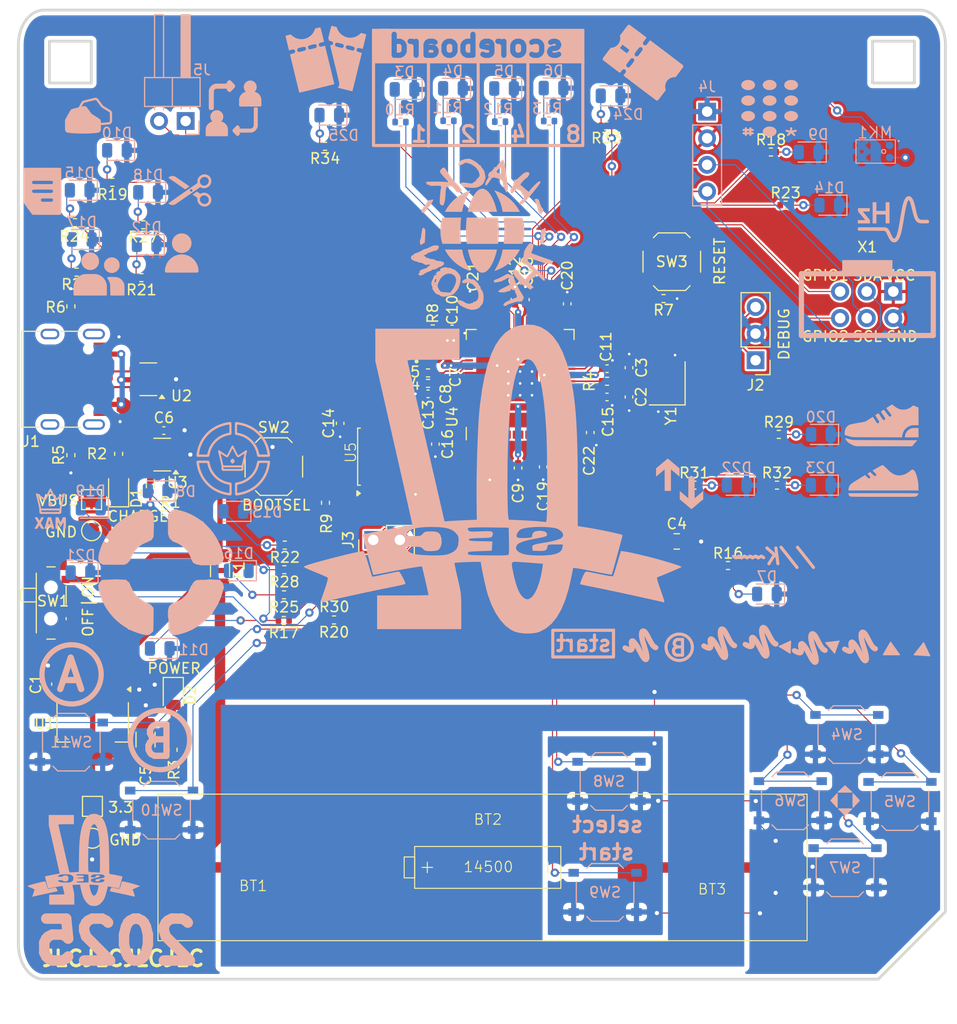
<source format=kicad_pcb>
(kicad_pcb (version 20241229) (generator "pcbnew") (generator_version "9.0")
  (layers (0 "F.Cu" signal) (2 "B.Cu" signal) (13 "F.Paste" user) (15 "B.Paste" user) (5 "F.SilkS" user "F.Silkscreen") (7 "B.SilkS" user "B.Silkscreen") (1 "F.Mask" user) (3 "B.Mask" user) (25 "Edge.Cuts" user))
  (net 0 "")
  (net 1 "/QSPI_SS")
  (net 2 "/VREG_AVDD")
  (net 3 "+1V1")
  (net 4 "/QSPI_SCLK")
  (net 5 "/QSPI_SD0")
  (net 6 "/QSPI_SD2")
  (net 7 "/USB_D+")
  (net 8 "/USB_D-")
  (net 9 "/RUN")
  (net 10 "/SWD")
  (net 11 "/SWCLK")
  (net 12 "/QSPI_SD3")
  (net 13 "/QSPI_SD1")
  (net 14 "/~{USB_BOOT}")
  (net 15 "GND")
  (net 16 "/XIN")
  (net 17 "/XOUT")
  (net 18 "+3V3")
  (net 19 "VBUS")
  (net 20 "/GPIO8")
  (net 21 "/GPIO9")
  (net 22 "/GPIO10")
  (net 23 "/GPIO11")
  (net 24 "/GPIO12")
  (net 25 "/GPIO13")
  (net 26 "/GPIO14")
  (net 27 "/GPIO15")
  (net 28 "Net-(D20-A)")
  (net 29 "Net-(D21-A)")
  (net 30 "Net-(D22-A)")
  (net 31 "Net-(D23-A)")
  (net 32 "/VREG_LX")
  (net 33 "+BATT")
  (net 34 "Net-(D1-A)")
  (net 35 "Net-(D2-A)")
  (net 39 "Net-(J1-CC2)")
  (net 40 "Net-(J1-CC1)")
  (net 44 "Net-(D3-A)")
  (net 45 "/I2C0_SDA")
  (net 46 "/I2C0_SCL")
  (net 47 "/RPS_TX")
  (net 48 "/RPS_RX")
  (net 49 "Net-(D4-A)")
  (net 50 "Net-(D5-A)")
  (net 51 "/DTMF_COMPLETE")
  (net 52 "/DTMF_BONUS")
  (net 53 "/DTMF_MIC")
  (net 54 "/SCORE_1")
  (net 55 "/SCORE_2")
  (net 56 "Net-(D6-A)")
  (net 57 "Net-(D7-A)")
  (net 58 "Net-(D8-A)")
  (net 59 "Net-(D9-A)")
  (net 60 "Net-(D10-A)")
  (net 61 "/RPS_ROCK")
  (net 62 "/RPS_PAPER")
  (net 63 "/RPS_SCISSORS")
  (net 64 "/RPS_COMPLETE")
  (net 65 "/RPS_BONUS")
  (net 66 "/HILO_HI")
  (net 67 "/HILO_LO")
  (net 68 "/HILO_COMPLETE")
  (net 69 "/KODE_COMPLETE")
  (net 70 "Net-(D11-A)")
  (net 71 "Net-(D12-A)")
  (net 72 "Net-(D13-A)")
  (net 73 "Net-(D14-A)")
  (net 74 "/DPAD_RIGHT")
  (net 75 "/DPAD_UP")
  (net 76 "/DPAD_DOWN")
  (net 77 "/BUTTON_SELECT")
  (net 78 "/BUTTON_START")
  (net 79 "/DPAD_LEFT")
  (net 80 "/BUTTON_B")
  (net 81 "/BUTTON_A")
  (net 82 "Net-(D15-A)")
  (net 83 "Net-(D16-A)")
  (net 84 "Net-(D17-A)")
  (net 85 "Net-(D18-A)")
  (net 86 "Net-(D19-A)")
  (net 87 "/SIMON_LEFT")
  (net 88 "/SIMON_DOWN")
  (net 89 "/SIMON_COMPLETE")
  (net 90 "/SIMON_RIGHT")
  (net 91 "/SIMON_UP")
  (net 92 "/SIMON_BONUS")
  (net 93 "/UART0_TX")
  (net 94 "/UART0_RX")
  (net 95 "/SCORE_4")
  (net 96 "/SCORE_8")
  (net 97 "/SAO_GPIO2")
  (net 98 "/SAO_GPIO1")
  (net 99 "Net-(BT2-+)")
  (net 100 "Net-(C3-Pad1)")
  (net 101 "Net-(D1-K)")
  (net 102 "Net-(SW1-A)")
  (net 103 "Net-(U3-PROG)")
  (net 104 "Net-(R7-Pad1)")
  (net 105 "Net-(U4-USB_DP)")
  (net 106 "Net-(U4-USB_DM)")
  (net 108 "/BADGE_COMPLETE")
  (net 109 "/BADGE_BONUS")
  (net 110 "Net-(D24-A)")
  (net 111 "Net-(D25-A)")
  (footprint "Resistor_SMD:R_0402_1005Metric" (layer "F.Cu") (at 227.3875 85.05)
    (property "Reference" "R7")
    (property "Value" "1K")
  )
  (footprint "Resistor_SMD:R_0402_1005Metric" (layer "F.Cu") (at 204.8875 92.15)
    (property "Reference" "R15")
    (property "Value" "27")
  )
  (footprint "Capacitor_SMD:C_0402_1005Metric" (layer "F.Cu") (at 207.1875 87.95)
    (property "Reference" "C10")
    (property "Value" "4.7u")
  )
  (footprint "Connector_PinHeader_2.54mm:PinHeader_1x03_P2.54mm_Vertical" (layer "F.Cu") (at 236.18 90.94 180)
    (property "Reference" "J2")
    (property "Value" "Conn_01x03_Socket")
  )
  (footprint "Capacitor_SMD:C_0805_2012Metric" (layer "F.Cu") (at 228.65 108.25)
    (property "Reference" "C4")
    (property "Value" "10u")
  )
  (footprint "Resistor_SMD:R_0402_1005Metric" (layer "F.Cu") (at 195.925 113.325 180)
    (property "Reference" "R30")
    (property "Value" "1K")
  )
  (footprint "Button_Switch_SMD:SW_Push_1P1T_XKB_TS-1187A" (layer "F.Cu") (at 190.15 101.1)
    (property "Reference" "SW2")
    (property "Value" "SW_Push")
  )
  (footprint "Resistor_SMD:R_0402_1005Metric" (layer "F.Cu") (at 178.3475 102.98 -90)
    (property "Reference" "R1")
    (property "Value" "2K")
  )
  (footprint "Capacitor_SMD:C_0402_1005Metric" (layer "F.Cu") (at 213.4875 101.23 -90)
    (property "Reference" "C9")
    (property "Value" "100n")
  )
  (footprint "Capacitor_SMD:C_0402_1005Metric" (layer "F.Cu") (at 224.0875 94.45 -90)
    (property "Reference" "C2")
    (property "Value" "15p")
  )
  (footprint "Resistor_SMD:R_0402_1005Metric" (layer "F.Cu") (at 238.4 98.025)
    (property "Reference" "R29")
    (property "Value" "1K")
  )
  (footprint "Connector_USB:USB_C_Receptacle_G-Switch_GT-USB-7010ASV" (layer "F.Cu") (at 169.835 92.755 -90)
    (property "Reference" "J1")
    (property "Value" "USB_C_Receptacle_USB2.0")
  )
  (footprint "Resistor_SMD:R_0402_1005Metric" (layer "F.Cu") (at 237.65 71.05)
    (property "Reference" "R18")
    (property "Value" "1K")
  )
  (footprint "TestPoint:TestPoint_Pad_1.5x1.5mm" (layer "F.Cu") (at 172.735 104.255 90)
    (property "Reference" "TP1" (hide yes))
    (property "Value" "TestPoint")
  )
  (footprint "Resistor_SMD:R_0402_1005Metric" (layer "F.Cu") (at 195.045 70.5 180)
    (property "Reference" "R34")
    (property "Value" "1K")
  )
  (footprint "Resistor_SMD:R_0402_1005Metric" (layer "F.Cu") (at 174.725 73.9375 180)
    (property "Reference" "R19")
    (property "Value" "1K")
  )
  (footprint "Capacitor_SMD:C_0402_1005Metric" (layer "F.Cu") (at 218.1875 85.55 90)
    (property "Reference" "C20")
    (property "Value" "100n")
  )
  (footprint "Connector_PinHeader_2.54mm:PinHeader_1x02_P2.54mm_Vertical" (layer "F.Cu") (at 199.65 108.1 90)
    (property "Reference" "J3")
    (property "Value" "Conn_01x02")
  )
  (footprint "Button_Switch_SMD:SW_Push_1P1T_XKB_TS-1187A" (layer "F.Cu") (at 228.175 81.525 180)
    (property "Reference" "SW3")
    (property "Value" "SW_Push")
  )
  (footprint "Resistor_SMD:R_0402_1005Metric" (layer "F.Cu") (at 205.3375 87.95)
    (property "Reference" "R8")
    (property "Value" "33")
  )
  (footprint "Resistor_SMD:R_0402_1005Metric" (layer "F.Cu") (at 221.9875 92.95)
    (property "Reference" "R4")
    (property "Value" "1K")
  )
  (footprint "Capacitor_SMD:C_0402_1005Metric" (layer "F.Cu") (at 221.9875 91.75)
    (property "Reference" "C11")
    (property "Value" "4.7u")
  )
  (footprint "Capacitor_SMD:C_0402_1005Metric" (layer "F.Cu") (at 224.0875 91.65 90)
    (property "Reference" "C3")
    (property "Value" "15p")
  )
  (footprint "Button_Switch_SMD:SW_SPDT_PCM12" (layer "F.Cu") (at 169.185 114.13 -90)
    (property "Reference" "SW1")
    (property "Value" "POWER")
  )
  (footprint "Fuse:Fuse_1206_3216Metric" (layer "F.Cu") (at 185.01 111.015 -90)
    (property "Reference" "F1")
    (property "Value" "Fuse")
  )
  (footprint "Resistor_SMD:R_0402_1005Metric" (layer "F.Cu") (at 230.335 102.875)
    (property "Reference" "R31")
    (property "Value" "1K")
  )
  (footprint "TestPoint:TestPoint_Pad_1.5x1.5mm" (layer "F.Cu") (at 172.8175 133.555 -90)
    (property "Reference" "TP3" (hide yes))
    (property "Value" "TestPoint")
  )
  (footprint "Capacitor_SMD:C_0402_1005Metric" (layer "F.Cu") (at 221.9875 94.45)
    (property "Reference" "C15")
    (property "Value" "100n")
  )
  (footprint "Resistor_SMD:R_0402_1005Metric" (layer "F.Cu") (at 171.15 77.8 180)
    (property "Reference" "R24")
    (property "Value" "1K")
  )
  (footprint "RuffLabs:MY-AA-04" (layer "F.Cu") (at 210.505 139.39)
    (property "Reference" "BT2")
    (property "Value" "Battery")
  )
  (footprint "Capacitor_SMD:C_0402_1005Metric" (layer "F.Cu") (at 168.5675 121.88 90)
    (property "Reference" "C1")
    (property "Value" "100n")
  )
  (footprint "Capacitor_SMD:C_0402_1005Metric" (layer "F.Cu") (at 214.1875 85.15 90)
    (property "Reference" "C18")
    (property "Value" "100n")
  )
  (footprint "Capacitor_SMD:C_0402_1005Metric" (layer "F.Cu") (at 196.4875 96.965 -90)
    (property "Reference" "C14")
    (property "Value" "100n")
  )
  (footprint "Package_TO_SOT_SMD:SOT-23-6" (layer "F.Cu") (at 178.16 92.755 180)
    (property "Reference" "U2")
    (property "Value" "USBLC6-2SC6")
  )
  (footprint "RuffLabs:MY-AA-04_BT1A" (layer "F.Cu") (at 209.64 139.51)
    (property "Reference" "BT1")
    (property "Value" "Battery_Clip_+" (hide yes))
  )
  (footprint "Capacitor_SMD:C_0402_1005Metric" (layer "F.Cu") (at 220.3875 97.85 -90)
    (property "Reference" "C22")
    (property "Value" "100n")
  )
  (footprint "Resistor_SMD:R_0402_1005Metric" (layer "F.Cu") (at 204.8875 93.15)
    (property "Reference" "R14")
    (property "Value" "27")
  )
  (footprint "Capacitor_SMD:C_0402_1005Metric" (layer "F.Cu") (at 204.8875 94.15 180)
    (property "Reference" "C13")
    (property "Value" "100n")
  )
  (footprint "Resistor_SMD:R_0402_1005Metric" (layer "F.Cu") (at 221.925 68.55 180)
    (property "Reference" "R33")
    (property "Value" "1K")
  )
  (footprint "Capacitor_SMD:C_0402_1005Metric" (layer "F.Cu") (at 215.8875 101.13 -90)
    (property "Reference" "C19")
    (property "Value" "100n")
  )
  (footprint "RP2350_80QFN_minimal:L_pol_2016" (layer "F.Cu") (at 205.0875 90.15 90)
    (property "Reference" "L1")
    (property "Value" "3.3u")
  )
  (footprint "LED_SMD:LED_0805_2012Metric" (layer "F.Cu") (at 180.5425 122.93 -90)
    (property "Reference" "D2")
    (property "Value" "GREEN")
  )
  (footprint "Package_TO_SOT_SMD:SOT-223-3_TabPin2" (layer "F.Cu") (at 172.8425 125.505 -90)
    (property "Reference" "U1")
    (property "Value" "TLV1117LV-33")
  )
  (footprint "Resistor_SMD:R_0402_1005Metric" (layer "F.Cu") (at 170.76 100.005 90)
    (property "Reference" "R5")
    (property "Value" "5.1K")
  )
  (footprint "LED_SMD:LED_0805_2012Metric" (layer "F.Cu") (at 175.3225 103.255 90)
    (property "Reference" "D1")
    (property "Value" "YELLOW")
  )
  (footprint "Resistor_SMD:R_0402_1005Metric" (layer "F.Cu") (at 239.05 76.125)
    (property "Reference" "R23")
    (property "Value" "1K")
  )
  (footprint "Resistor_SMD:R_0402_1005Metric" (layer "F.Cu") (at 180.525 128.15 90)
    (property "Reference" "R3")
    (property "Value" "1K")
  )
  (footprint "Capacitor_SMD:C_0402_1005Metric" (layer "F.Cu") (at 209.3875 85.65 90)
    (property "Reference" "C21")
    (property "Value" "100n")
  )
  (footprint "RP2350_80QFN_minimal:RP2350-QFN-80-1EP_10x10_P0.4mm_EP3.4x3.4mm_ThermalVias" (layer "F.Cu") (at 213.6875 93.1535 90)
    (property "Reference" "U4")
    (property "Value" "RP2350_80QFN")
  )
  (footprint "Crystal:Crystal_SMD_3225-4Pin_3.2x2.5mm" (layer "F.Cu") (at 227.7375 93.15 90)
    (property "Reference" "Y1")
    (property "Value" "ABM8-272-T3")
  )
  (footprint "Package_TO_SOT_SMD:TSOT-23-5" (layer "F.Cu") (at 179.485 99.955 180)
    (property "Reference" "U3")
    (property "Value" "ME4054BM5G-N")
  )
  (footprint "Package_SO:SOIC-8_5.23x5.23mm_P1.27mm" (layer "F.Cu") (at 200.9925 99.75 90)
    (property "Reference" "U5")
    (property "Value" "W25Q128JVS")
  )
  (footprint "TestPoint:TestPoint_Pad_D1.5mm" (layer "F.Cu") (at 172.735 107.23 90)
    (property "Reference" "TP2" (hide yes))
    (property "Value" "TestPoint")
  )
  (footprint "Capacitor_SMD:C_0402_1005Metric" (layer "F.Cu") (at 213.1875 85.15 90)
    (property "Reference" "C12")
    (property "Value" "100n")
  )
  (footprint "Capacitor_SMD:C_0402_1005Metric" (layer "F.Cu") (at 205.5875 98.95 -90)
    (property "Reference" "C16")
    (property "Value" "100n")
  )
  (footprint "Resistor_SMD:R_0402_1005Metric" (layer "F.Cu") (at 233.55 110.55)
    (property "Reference" "R16")
    (property "Value" "1K")
  )
  (footprint "Capacitor_SMD:C_1206_3216Metric" (layer "F.Cu") (at 177.8925 127.18 90)
    (property "Reference" "C5")
    (property "Value" "100uF")
  )
  (footprint "Resistor_SMD:R_0402_1005Metric" (layer "F.Cu") (at 177.675 78 180)
    (property "Reference" "R27")
    (property "Value" "1K")
  )
  (footprint "Resistor_SMD:R_0402_1005Metric" (layer "F.Cu") (at 191.15 110.95 180)
    (property "Reference" "R28")
    (property "Value" "1K")
  )
  (footprint "Resistor_SMD:R_0402_1005Metric" (layer "F.Cu") (at 177.5 83.05 180)
    (property "Reference" "R21")
    (property "Value" "1K")
  )
  (footprint "Resistor_SMD:R_0402_1005Metric" (layer "F.Cu") (at 191.125 113.35 180)
    (property "Reference" "R25")
    (property "Value" "1K")
  )
  (footprint "RuffLabs:MY-AA-04_BT1B" (layer "F.Cu") (at 209.64 139.5)
    (property "Reference" "BT3")
    (property "Value" "Battery_Clip_-" (hide yes))
  )
  (footprint "RP2350_80QFN_minimal:C_0402_1005Metric_small_pads" (layer "F.Cu") (at 207.6375 90.15 90)
    (property "Reference" "C7")
    (property "Value" "4.7u")
  )
  (footprint "Resistor_SMD:R_0402_1005Metric" (layer "F.Cu") (at 175.3225 99.88 -90)
    (property "Reference" "R2")
    (property "Value" "1K")
  )
  (footprint "TestPoint:TestPoint_Pad_D1.5mm" (layer "F.Cu") (at 172.8175 136.605 -90)
    (property "Reference" "TP4" (hide yes))
    (property "Value" "TestPoint")
  )
  (footprint "Resistor_SMD:R_0402_1005Metric" (layer "F.Cu") (at 191.1 115.8 180)
    (property "Reference" "R17")
    (property "Value" "1K")
  )
  (footprint "Capacitor_SMD:C_0402_1005Metric" (layer "F.Cu") (at 179.6425 97.655)
    (property "Reference" "C6")
    (property "Value" "1uF")
  )
  (footprint "Resistor_SMD:R_0402_1005Metric" (layer "F.Cu") (at 195.9 115.75 180)
    (property "Reference" "R20")
    (property "Value" "1K")
  )
  (footprint "Resistor_SMD:R_0402_1005Metric" (layer "F.Cu") (at 170.76 85.795 90)
    (property "Reference" "R6")
    (property "Value" "5.1K")
  )
  (footprint "RP2350_80QFN_minimal:C_0402_1005Metric_small_pads" (layer "F.Cu") (at 206.6875 90.15 90)
    (property "Reference" "C8")
    (property "Value" "4.7u")
  )
  (footprint "Capacitor_SMD:C_0402_1005Metric" (layer "F.Cu") (at 210.7875 101.15 -90)
    (property "Reference" "C17")
    (property "Value" "100n")
  )
  (footprint "Resistor_SMD:R_0402_1005Metric" (layer "F.Cu") (at 195.0875 104.55 90)
    (property "Reference" "R9")
    (property "Value" "1K")
  )
  (footprint "Resistor_SMD:R_0402_1005Metric" (layer "F.Cu") (at 238.225 102.875)
    (property "Reference" "R32")
    (property "Value" "1K")
  )
  (footprint "Resistor_SMD:R_0402_1005Metric" (layer "F.Cu") (at 171.3 82.525 180)
    (property "Reference" "R26")
    (property "Value" "1K")
  )
  (footprint "Resistor_SMD:R_0402_1005Metric" (layer "F.Cu") (at 191.2 108.6 180)
    (property "Reference" "R22")
    (property "Value" "1K")
  )
  (footprint "OzSec2025:Controller_Select" (layer "B.Cu") (at 221.95 127.7 180)
    (property "Reference" "REF**" (hide yes))
    (property "Value" "Controller_Select" (hide yes))
  )
  (footprint "RuffLabs:Floppy_Slide" (layer "B.Cu") (at 209.3 123.86 180)
    (property "Reference" "REF**" (hide yes))
    (property "Value" "Floppy_Slide" (hide yes))
  )
  (footprint "OzSec2025:Paper" (layer "B.Cu") (at 168.1 75.125 180)
    (property "Reference" "REF**" (hide yes))
    (property "Value" "Paper" (hide yes))
  )
  (footprint "Resistor_SMD:R_0402_1005Metric" (layer "B.Cu") (at 206.84 68.06375 180)
    (property "Reference" "R11")
    (property "Value" "1K")
  )
  (footprint "Resistor_SMD:R_0402_1005Metric" (layer "B.Cu") (at 211.775 68.15 180)
    (property "Reference" "R12")
    (property "Value" "1K")
  )
  (footprint "Button_Switch_SMD:SW_Push_1P1T_XKB_TS-1187A" (layer "B.Cu") (at 244.725 139.425 180)
    (property "Reference" "SW7")
    (property "Value" "SW_Push")
  )
  (footprint "OzSec2025:Controller_B" (layer "B.Cu") (at 178.6 127.425 180)
    (property "Reference" "REF**" (hide yes))
    (property "Value" "Controller_B" (hide yes))
  )
  (footprint "OzSec2025:Controller_A" (layer "B.Cu") (at 170.825 121 180)
    (property "Reference" "REF**" (hide yes))
    (property "Value" "Controller_A" (hide yes))
  )
  (footprint "LED_SMD:LED_0805_2012Metric" (layer "B.Cu") (at 175.1625 70.8875 180)
    (property "Reference" "D10")
    (property "Value" "WHITE")
  )
  (footprint "OzSec2025:RPS_Single" (layer "B.Cu") (at 181.25 81 180)
    (property "Reference" "REF**" (hide yes))
    (property "Value" "RPS_Single" (hide yes))
  )
  (footprint "OzSec2025:RPS_Link" (layer "B.Cu") (at 186.25 67.45 180)
    (property "Reference" "REF**" (hide yes))
    (property "Value" "RPS_Link" (hide yes))
  )
  (footprint "LED_SMD:LED_0805_2012Metric" (layer "B.Cu") (at 234.375 102.875 180)
    (property "Reference" "D22")
    (property "Value" "WHITE")
  )
  (footprint "OzSec2025:Kode_Game" (layer "B.Cu") (at 233.775 118.2 180)
    (property "Reference" "REF**" (hide yes))
    (property "Value" "Kode_Game" (hide yes))
  )
  (footprint "OzSec2025:Scoreboard" (layer "B.Cu") (at 214.125 64.075 180)
    (property "Reference" "REF**" (hide yes))
    (property "Value" "Scoreboard" (hide yes))
  )
  (footprint "OzSec2025:RPS_Multi" (layer "B.Cu") (at 173.5 83.25 180)
    (property "Reference" "REF**" (hide yes))
    (property "Value" "RPS_Multi" (hide yes))
  )
  (footprint "LED_SMD:LED_0805_2012Metric" (layer "B.Cu") (at 212.15 64.975 180)
    (property "Reference" "D5")
    (property "Value" "WHITE")
  )
  (footprint "Connector_PinHeader_2.54mm:PinHeader_1x04_P2.54mm_Vertical" (layer "B.Cu") (at 231.55 67.19 180)
    (property "Reference" "J4")
    (property "Value" "Conn_01x04")
  )
  (footprint "Simple_Addon_v2:Simple_Addon_v2-BADGE-2x3" (layer "B.Cu") (at 246.86 85.625 180)
    (property "Reference" "X1")
    (property "Value" "Simple_Addon_v2")
  )
  (footprint "OzSec2025:Simon_Complete" (layer "B.Cu") (at 186.175102 100.503217 180)
    (property "Reference" "REF**" (hide yes))
    (property "Value" "Simon_Complete" (hide yes))
  )
  (footprint "OzSec2025:Hertz" (layer "B.Cu") (at 249.338907 77.660262 180)
    (property "Reference" "REF**" (hide yes))
    (property "Value" "Hertz" (hide yes))
  )
  (footprint "OzSec2025:Controller_Start" (layer "B.Cu") (at 221.95 138.1 180)
    (property "Reference" "REF**" (hide yes))
    (property "Value" "Controller_Start" (hide yes))
  )
  (footprint "LED_SMD:LED_0805_2012Metric" (layer "B.Cu") (at 222.325 65.675 180)
    (property "Reference" "D24")
    (property "Value" "WHITE")
  )
  (footprint "OzSec2025:Kode Game" (layer "B.Cu") (at 239.55 110.275 180)
    (property "Reference" "REF**" (hide yes))
    (property "Value" "Kode Game" (hide yes))
  )
  (footprint "OzSec2025:Rock" (layer "B.Cu") (at 172.447722 67.904423 180)
    (property "Reference" "REF**" (hide yes))
    (property "Value" "Rock" (hide yes))
  )
  (footprint "OzSec2025:HackTheCon" (layer "B.Cu") (at 209.925 78.625 180)
    (property "Reference" "REF**" (hide yes))
    (property "Value" "HackTheCon" (hide yes))
  )
  (footprint "LED_SMD:LED_0805_2012Metric" (layer "B.Cu") (at 216.875 64.9375 180)
    (property "Reference" "D6")
    (property "Value" "WHITE")
  )
  (footprint "OzSec2025:Raffle Bonus" (layer "B.Cu") (at 195.075 62.85 180)
    (property "Reference" "REF**" (hide yes))
    (property "Value" "Raffle Bonus" (hide yes))
  )
  (footprint "Resistor_SMD:R_0402_1005Metric" (layer "B.Cu") (at 202.255 68.18875 180)
    (property "Reference" "R10")
    (property "Value" "1K")
  )
  (footprint "LED_SMD:LED_0805_2012Metric" (layer "B.Cu") (at 171.6 74.7 180)
    (property "Reference" "D15")
    (property "Value" "WHITE")
  )
  (footprint "LED_SMD:LED_0805_2012Metric" (layer "B.Cu") (at 242.425 98.025 180)
    (property "Reference" "D20")
    (property "Value" "WHITE")
  )
  (footprint "Button_Switch_SMD:SW_Push_1P1T_XKB_TS-1187A" (layer "B.Cu") (at 222.175 131.175 180)
    (property "Reference" "SW8")
    (property "Value" "SW_Push")
  )
  (footprint "LED_SMD:LED_0805_2012Metric" (layer "B.Cu") (at 179.25 118.475 180)
    (property "Reference" "D11")
    (property "Value" "WHITE")
  )
  (footprint "LED_SMD:LED_0805_2012Metric" (layer "B.Cu") (at 179.05 103.425 180)
    (property "Reference" "D8")
    (property "Value" "WHITE")
  )
  (footprint "Connector_PinHeader_2.54mm:PinHeader_1x02_P2.54mm_Horizontal" (layer "B.Cu") (at 181.725 68.085 90)
    (property "Reference" "J5")
    (property "Value" "Conn_01x02")
  )
  (footprint "OzSec2025:Touchtone" (layer "B.Cu") (at 237.574254 67.443742 180)
    (property "Reference" "REF**" (hide yes))
    (property "Value" "Touchtone" (hide yes))
  )
  (footprint "RuffLabs:LMA3722T421-OA5" (layer "B.Cu") (at 247.485 71.025 180)
    (property "Reference" "MK1")
    (property "Value" "LMA3722T421-OA5")
  )
  (footprint "LED_SMD:LED_0805_2012Metric" (layer "B.Cu") (at 237.265 113.275 180)
    (property "Reference" "D7")
    (property "Value" "WHITE")
  )
  (footprint "LED_SMD:LED_0805_2012Metric" (layer "B.Cu") (at 243.225 76.125 180)
    (property "Reference" "D14")
    (property "Value" "WHITE")
  )
  (footprint "LED_SMD:LED_0805_2012Metric" (layer "B.Cu") (at 171.675 111.225 180)
    (property "Reference" "D21")
    (property "Value" "WHITE")
  )
  (footprint "OzSec2025:Controller_DPAD" (layer "B.Cu") (at 243.675 133.85 180)
    (property "Reference" "REF**" (hide yes))
    (property "Value" "Controller_DPAD" (hide yes))
  )
  (footprint "LED_SMD:LED_0805_2012Metric" (layer "B.Cu") (at 172.65 105.075 180)
    (property "Reference" "D19")
    (property "Value" "WHITE")
  )
  (footprint "OzSec2025:Scissors" (layer "B.Cu") (at 182.025 75 180)
    (property "Reference" "REF**" (hide yes))
    (property "Value" "Scissors" (hide yes))
  )
  (footprint "OzSec2025:Hightop" (layer "B.Cu") (at 248.175 97.925 180)
    (property "Reference" "REF**" (hide yes))
    (property "Value" "Hightop" (hide yes))
  )
  (footprint "OzSecCustom:OzSec_Logo_Small" (layer "B.Cu") (at 171.275 139.7 180)
    (property "Reference" "REF**" (hide yes))
    (property "Value" "OzSec_Logo_Small" (hide yes))
  )
  (footprint "Button_Switch_SMD:SW_Push_1P1T_XKB_TS-1187A" (layer "B.Cu") (at 244.9 126.7 180)
    (property "Reference" "SW4")
    (property "Value" "SW_Push")
  )
  (footprint "OzSec2025:Raffle" (layer "B.Cu") (at 225.525 63.075 180)
    (property "Reference" "REF**" (hide yes))
    (property "Value" "Raffle" (hide yes))
  )
  (footprint "Button_Switch_SMD:SW_Push_1P1T_XKB_TS-1187A" (layer "B.Cu") (at 239.5 133.025 180)
    (property "Reference" "SW6")
    (property "Value" "SW_Push")
  )
  (footprint "OzSec2025:UpDown" (layer "B.Cu") (at 228.875 103.175 180)
    (property "Reference" "REF**" (hide yes))
    (property "Value" "UpDown" (hide yes))
  )
  (footprint "Resistor_SMD:R_0402_1005Metric" (layer "B.Cu") (at 216.45 68.0875 180)
    (property "Reference" "R13")
    (property "Value" "1K")
  )
  (footprint "OzSec2025:2025" (layer "B.Cu") (at 174.75 146.225 180)
    (property "Reference" "REF**" (hide yes))
    (property "Value" "2025" (hide yes))
  )
  (footprint "OzSec2025:Simon_Bonus" (layer "B.Cu") (at 168.75 105.1 180)
    (property "Reference" "REF**" (hide yes))
    (property "Value" "Simon_Bonus" (hide yes))
  )
  (footprint "LED_SMD:LED_0805_2012Metric" (layer "B.Cu") (at 202.64 65.06375 180)
    (property "Reference" "D3")
    (property "Value" "WHITE")
  )
  (footprint "LED_SMD:LED_0805_2012Metric" (layer "B.Cu") (at 207.265 64.96375 180)
    (property "Reference" "D4")
    (property "Value" "WHITE")
  )
  (footprint "Button_Switch_SMD:SW_Push_1P1T_XKB_TS-1187A" (layer "B.Cu") (at 221.8 141.775 180)
    (property "Reference" "SW9")
    (property "Value" "SW_Push")
  )
  (footprint "LED_SMD:LED_0805_2012Metric" (layer "B.Cu") (at 241.25 71.05 180)
    (property "Reference" "D9")
    (property "Value" "WHITE")
  )
  (footprint "LED_SMD:LED_0805_2012Metric" (layer "B.Cu") (at 178 79.9 180)
    (property "Reference" "D12")
    (property "Value" "WHITE")
  )
  (footprint "OzSec2025:2025" (layer "B.Cu") (at 171.7 152.5 180)
    (property "Reference" "REF**" (hide yes))
    (property "Value" "2025" (hide yes))
  )
  (footprint "OzSecCustom:OzSec_Logo" (layer "B.Cu") (at 208.775 106.425 180)
    (property "Reference" "REF**" (hide yes))
    (property "Value" "OzSec_Logo" (hide yes))
  )
  (footprint "OzSec2025:2025" (layer "B.Cu") (at 172.05 152.35 180)
    (property "Reference" "REF**" (hide yes))
    (property "Value" "2025" (hide yes))
  )
  (footprint "OzSec2025:2025" (layer "B.Cu") (at 171.7 152.3 180)
    (property "Reference" "REF**" (hide yes))
    (property "Value" "2025" (hide yes))
  )
  (footprint "Button_Switch_SMD:SW_Push_1P1T_XKB_TS-1187A" (layer "B.Cu") (at 179.425 133.925 180)
    (property "Reference" "SW10")
    (property "Value" "SW_Push")
  )
  (footprint "LED_SMD:LED_0805_2012Metric" (layer "B.Cu") (at 171.8 79.4 180)
    (property "Reference" "D17")
    (property "Value" "WHITE")
  )
  (footprint "OzSec2025:Lowtop" (layer "B.Cu") (at 248.4 103.4 180)
    (property "Reference" "REF**" (hide yes))
    (property "Value" "Lowtop" (hide yes))
  )
  (footprint "RuffLabs:Floppy_Outline" (layer "B.Cu") (at 254.320321 91.880833 180)
    (property "Reference" "REF**" (hide yes))
    (property "Value" "Floppy_Outline" (hide yes))
    (fp_poly (pts (xy 85.610119 27.425866) (xy 81.610126 27.425866) (xy 81.610126 31.425862) (xy 85.610119 31.425862)) (stroke (width 0.264583) (color 0 0 85 1)) (fill no) (layer "Edge.Cuts"))
    (fp_poly (pts (xy 6.963013 27.426652) (xy 2.963013 27.426652) (xy 2.963013 31.426652) (xy 6.963013 31.426652)) (stroke (width 0.264583) (color 0 0 85 1)) (fill no) (layer "Edge.Cuts"))
    (fp_poly (pts (xy 2.425972 34.39) (xy 86.152378 34.39) (xy 86.277218 34.385664) (xy 86.400419 34.372795) (xy 86.521828 34.351603) (xy 86.641294 34.322298) (xy 86.758664 34.285087) (xy 86.873786 34.240182) (xy 86.986506 34.187791) (xy 87.096673 34.128124) (xy 87.204134 34.061389) (xy 87.308738 33.987797) (xy 87.41033 33.907557) (xy 87.508759 33.820879) (xy 87.603873 33.72797) (xy 87.695519 33.629042) (xy 87.783544 33.524303) (xy 87.867797 33.413963) (xy 87.948124 33.29823) (xy 88.024374 33.177316) (xy 88.096393 33.051428) (xy 88.16403 32.920776) (xy 88.227132 32.785571) (xy 88.285547 32.646019) (xy 88.339122 32.502333) (xy 88.387704 32.35472) (xy 88.431142 32.20339) (xy 88.469283 32.048553) (xy 88.501974 31.890418) (xy 88.529063 31.729194) (xy 88.550397 31.565091) (xy 88.565825 31.398318) (xy 88.575193 31.229084) (xy 88.57835 31.057599) (xy 88.57835 -54.855941) (xy 88.565825 -55.19666) (xy 88.529063 -55.527537) (xy 88.469283 -55.846896) (xy 88.387704 -56.153063) (xy 88.285547 -56.444362) (xy 88.16403 -56.719119) (xy 88.024374 -56.975658) (xy 87.867797 -57.212304) (xy 87.695519 -57.427383) (xy 87.603873 -57.526311) (xy 87.508759 -57.619219) (xy 87.41033 -57.705898) (xy 87.308738 -57.786137) (xy 87.204134 -57.859729) (xy 87.096673 -57.926463) (xy 86.986506 -57.98613) (xy 86.873786 -58.038521) (xy 86.758664 -58.083426) (xy 86.641294 -58.120636) (xy 86.521828 -58.149942) (xy 86.400419 -58.171134) (xy 86.277218 -58.184002) (xy 86.152378 -58.188338) (xy 6.411289 -58.188338) (xy 0 -51.75) (xy 0 31.057607) (xy 0.012525 31.398325) (xy 0.049287 31.729201) (xy 0.109067 32.048559) (xy 0.190645 32.354726) (xy 0.292802 32.646025) (xy 0.414318 32.920781) (xy 0.553974 33.17732) (xy 0.71055 33.413967) (xy 0.882828 33.629046) (xy 0.974474 33.727974) (xy 1.069587 33.820883) (xy 1.168017 33.907561) (xy 1.269609 33.987801) (xy 1.374212 34.061393) (xy 1.481674 34.128128) (xy 1.591841 34.187795) (xy 1.704562 34.240186) (xy 1.819683 34.285091) (xy 1.937054 34.322301) (xy 2.05652 34.351607) (xy 2.17793 34.372799) (xy 2.301132 34.385668) (xy 2.425972 34.390004)) (stroke (width 0.264583) (color 0 0 85 1)) (fill no) (layer "Edge.Cuts"))
  )
  (footprint "Button_Switch_SMD:SW_Push_1P1T_XKB_TS-1187A" (layer "B.Cu") (at 249.975 133.1 180)
    (property "Reference" "SW5")
    (property "Value" "SW_Push")
  )
  (footprint "Button_Switch_SMD:SW_Push_1P1T_XKB_TS-1187A" (layer "B.Cu") (at 170.8 127.425 180)
    (property "Reference" "SW11")
    (property "Value" "SW_Push")
  )
  (footprint "OzSec2025:Simon" (layer "B.Cu") (at 179.225 111.475 180)
    (property "Reference" "REF**" (hide yes))
    (property "Value" "Simon" (hide yes))
  )
  (footprint "LED_SMD:LED_0805_2012Metric" (layer "B.Cu") (at 186.8 111.05 180)
    (property "Reference" "D16")
    (property "Value" "WHITE")
  )
  (footprint "LED_SMD:LED_0805_2012Metric" (layer "B.Cu") (at 195.45 67.525 180)
    (property "Reference" "D25")
    (property "Value" "WHITE")
  )
  (footprint "LED_SMD:LED_0805_2012Metric" (layer "B.Cu") (at 242.4 102.875 180)
    (property "Reference" "D23")
    (property "Value" "WHITE")
  )
  (footprint "LED_SMD:LED_0805_2012Metric" (layer "B.Cu") (at 186.275 105.375 180)
    (property "Reference" "D13")
    (property "Value" "WHITE")
  )
  (footprint "LED_SMD:LED_0805_2012Metric" (layer "B.Cu") (at 178.1375 74.9 180)
    (property "Reference" "D18")
    (property "Value" "WHITE")
  )
  (gr_text "CHARGE" (at 177.175 105.85 0) (layer "F.SilkS") (effects (font (size 1 1))))
  (gr_text "RESET" (at 232.75 81.5 90) (layer "F.SilkS") (effects (font (size 1 1))))
  (gr_text "BOOTSEL" (at 190.375 104.775 0) (layer "F.SilkS") (effects (font (size 1 1))))
  (gr_text "3.3" (at 175.525 133.65 0) (layer "F.SilkS") (effects (font (size 1 1))))
  (gr_text "GND" (at 175.95 136.775 0) (layer "F.SilkS") (effects (font (size 1 1))))
  (gr_text "POWER" (at 180.625 120.375 0) (layer "F.SilkS") (effects (font (size 1 1))))
  (gr_text "VBUS" (at 169.55 104.35 0) (layer "F.SilkS") (effects (font (size 1 1))))
  (gr_text "GND" (at 169.825 107.35 0) (layer "F.SilkS") (effects (font (size 1 1))))
  (gr_text "JLCJLCJLCJLC" (at 167.85 148.975 0) (layer "F.SilkS") (effects (font (size 1.5 1.5) (thickness 0.3) (bold yes)) (justify left bottom)))
  (gr_text "DEBUG" (at 238.9 88.45 90) (layer "F.SilkS") (effects (font (size 1 1))))
  (gr_text "OFF|ON" (at 172.4 114.45 90) (layer "F.SilkS") (effects (font (size 1 1))))
  (segment (start 207.9875 94.95) (end 204.9875 97.95) (width 0.15) (layer "F.Cu") (net 1))
  (segment (start 208.791 94.95) (end 207.9875 94.95) (width 0.15) (layer "F.Cu") (net 1))
  (segment (start 204.9875 104.45) (end 203.6875 105.75) (width 0.15) (layer "F.Cu") (net 1))
  (segment (start 197.2075 105.75) (end 196.5175 105.06) (width 0.15) (layer "F.Cu") (net 1))
  (segment (start 198.9875 105.75) (end 197.2075 105.75) (width 0.15) (layer "F.Cu") (net 1))
  (segment (start 198.9825 105.745) (end 198.9875 105.75) (width 0.15) (layer "F.Cu") (net 1))
  (segment (start 203.6875 105.75) (end 198.9875 105.75) (width 0.15) (layer "F.Cu") (net 1))
  (segment (start 196.5175 105.06) (end 195.0875 105.06) (width 0.15) (layer "F.Cu") (net 1))
  (segment (start 198.9825 103.75) (end 198.9825 105.745) (width 0.15) (layer "F.Cu") (net 1))
  (segment (start 204.9875 97.95) (end 204.9875 104.45) (width 0.15) (layer "F.Cu") (net 1))
  (segment (start 205.8475 87.95) (end 206.7075 87.95) (width 0.2) (layer "F.Cu") (net 2))
  (segment (start 207.2675 88.51) (end 206.7075 87.95) (width 0.15) (layer "F.Cu") (net 2))
  (segment (start 207.7975 88.51) (end 207.2675 88.51) (width 0.15) (layer "F.Cu") (net 2))
  (segment (start 208.6375 89.35) (end 207.7975 88.51) (width 0.15) (layer "F.Cu") (net 2))
  (segment (start 208.791 89.35) (end 208.6875 89.35) (width 0.2) (layer "F.Cu") (net 2))
  (segment (start 218.584 92.55) (end 220.7075 92.55) (width 0.15) (layer "F.Cu") (net 3))
  (segment (start 208.0875 91.075) (end 208.063236 91.075) (width 0.15) (layer "F.Cu") (net 3))
  (segment (start 213.4875 99.95) (end 213.4875 98.0465) (width 0.2) (layer "F.Cu") (net 3))
  (segment (start 213.4875 88.2535) (end 213.4875 86.35) (width 0.15) (layer "F.Cu") (net 3))
  (segment (start 208.791 90.95) (end 208.766 90.975) (width 0.15) (layer "F.Cu") (net 3))
  (segment (start 221.5075 91.75) (end 220.9075 92.35) (width 0.15) (layer "F.Cu") (net 3))
  (segment (start 208.1875 90.975) (end 208.0875 91.075) (width 0.15) (layer "F.Cu") (net 3))
  (segment (start 206.7375 91.2) (end 206.4875 91.45) (width 0.15) (layer "F.Cu") (net 3))
  (segment (start 213.4875 85.93) (end 213.1875 85.63) (width 0.2) (layer "F.Cu") (net 3))
  (segment (start 207.938236 91.2) (end 206.7375 91.2) (width 0.15) (layer "F.Cu") (net 3))
  (segment (start 208.063236 91.075) (end 207.938236 91.2) (width 0.15) (layer "F.Cu") (net 3))
  (segment (start 220.7075 92.55) (end 220.9075 92.35) (width 0.15) (layer "F.Cu") (net 3))
  (segment (start 213.4875 86.35) (end 213.4875 85.93) (width 0.2) (layer "F.Cu") (net 3))
  (segment (start 208.766 90.975) (end 208.1875 90.975) (width 0.15) (layer "F.Cu") (net 3))
  (segment (start 213.4875 100.67) (end 213.4875 99.95) (width 0.15) (layer "F.Cu") (net 3))
  (via (at 213.4875 90.85) (size 0.6) (drill 0.25) (layers "F.Cu" "B.Cu") (net 3))
  (via (at 215.9875 92.35) (size 0.6) (drill 0.25) (layers "F.Cu" "B.Cu") (net 3))
  (via (at 220.9075 92.35) (size 0.6) (drill 0.25) (layers "F.Cu" "B.Cu") (net 3))
  (via (at 211.4875 91.45) (size 0.6) (drill 0.25) (layers "F.Cu" "B.Cu") (net 3))
  (via (at 213.4875 86.35) (size 0.6) (drill 0.25) (layers "F.Cu" "B.Cu") (net 3))
  (via (at 206.4875 91.45) (size 0.6) (drill 0.25) (layers "F.Cu" "B.Cu") (net 3))
  (via (at 207.0875 91.45) (size 0.6) (drill 0.25) (layers "F.Cu" "B.Cu") (net 3))
  (via (at 213.4875 95.35) (size 0.6) (drill 0.25) (layers "F.Cu" "B.Cu") (net 3))
  (via (at 213.4875 99.95) (size 0.6) (drill 0.25) (layers "F.Cu" "B.Cu") (net 3))
  (segment (start 207.0875 91.45) (end 211.4875 91.45) (width 0.6) (layer "B.Cu") (net 3))
  (segment (start 207.0875 91.45) (end 206.4875 91.45) (width 0.6) (layer "B.Cu") (net 3))
  (segment (start 213.4875 95.35) (end 213.4875 99.95) (width 0.6) (layer "B.Cu") (net 3))
  (segment (start 215.9875 92.35) (end 220.9075 92.35) (width 0.6) (layer "B.Cu") (net 3))
  (segment (start 213.4875 90.85) (end 213.4875 86.35) (width 0.6) (layer "B.Cu") (net 3))
  (segment (start 205.5875 95.35) (end 202.1875 95.35) (width 0.15) (layer "F.Cu") (net 4))
  (segment (start 202.1875 95.35) (end 201.5225 96.015) (width 0.15) (layer "F.Cu") (net 4))
  (segment (start 201.5225 96.015) (end 201.5225 96.55) (width 0.15) (layer "F.Cu") (net 4))
  (segment (start 208.791 93.35) (end 207.5875 93.35) (width 0.15) (layer "F.Cu") (net 4))
  (segment (start 207.5875 93.35) (end 205.5875 95.35) (width 0.15) (layer "F.Cu") (net 4))
  (segment (start 204.8875 96.55) (end 202.7925 96.55) (width 0.15) (layer "F.Cu") (net 5))
  (segment (start 208.791 93.75) (end 207.6875 93.75) (width 0.15) (layer "F.Cu") (net 5))
  (segment (start 207.6875 93.75) (end 204.8875 96.55) (width 0.15) (layer "F.Cu") (net 5))
  (segment (start 203.7875 98.15) (end 207.7875 94.15) (width 0.15) (layer "F.Cu") (net 6))
  (segment (start 207.7875 94.15) (end 208.791 94.15) (width 0.15) (layer "F.Cu") (net 6))
  (segment (start 201.8875 102.45) (end 201.5225 102.815) (width 0.15) (layer "F.Cu") (net 6))
  (segment (start 201.5225 102.815) (end 201.5225 103.75) (width 0.15) (layer "F.Cu") (net 6))
  (segment (start 203.7875 100.55) (end 203.7875 98.15) (width 0.15) (layer "F.Cu") (net 6))
  (segment (start 201.8875 102.45) (end 203.7875 100.55) (width 0.15) (layer "F.Cu") (net 6))
  (segment (start 203.614897 93.549) (end 203.438557 93.549) (width 0.2) (layer "F.Cu") (net 7))
  (segment (start 177.06 93.655) (end 176.91 93.505) (width 0.2) (layer "F.Cu") (net 7))
  (segment (start 204.013897 93.15) (end 203.614897 93.549) (width 0.2) (layer "F.Cu") (net 7))
  (segment (start 176.91 93.505) (end 173.56 93.505) (width 0.2) (layer "F.Cu") (net 7))
  (segment (start 172.688 92.505) (end 172.46 92.733) (width 0.2) (layer "F.Cu") (net 7))
  (segment (start 203.282557 93.705) (end 179.2975 93.705) (width 0.2) (layer "F.Cu") (net 7))
  (segment (start 172.46 93.277) (end 172.688 93.505) (width 0.2) (layer "F.Cu") (net 7))
  (segment (start 203.438557 93.549) (end 203.282557 93.705) (width 0.2) (layer "F.Cu") (net 7))
  (segment (start 173.56 92.505) (end 172.688 92.505) (width 0.2) (layer "F.Cu") (net 7))
  (segment (start 172.46 92.733) (end 172.46 93.277) (width 0.2) (layer "F.Cu") (net 7))
  (segment (start 204.3775 93.15) (end 204.013897 93.15) (width 0.2) (layer "F.Cu") (net 7))
  (segment (start 172.688 93.505) (end 173.56 93.505) (width 0.2) (layer "F.Cu") (net 7))
  (segment (start 203.252169 93.09902) (end 203.09619 93.254999) (width 0.2) (layer "F.Cu") (net 8))
  (segment (start 173.56 93.005) (end 174.432 93.005) (width 0.2) (layer "F.Cu") (net 8))
  (segment (start 203.42848 93.09902) (end 203.252169 93.09902) (width 0.2) (layer "F.Cu") (net 8))
  (segment (start 174.56 92.005) (end 173.56 92.005) (width 0.2) (layer "F.Cu") (net 8))
  (segment (start 182.301363 93.254999) (end 181.100364 92.054) (width 0.2) (layer "F.Cu") (net 8))
  (segment (start 203.09619 93.254999) (end 201.982541 93.254999) (width 0.2) (layer "F.Cu") (net 8))
  (segment (start 177.06 91.755) (end 176.81 92.005) (width 0.2) (layer "F.Cu") (net 8))
  (segment (start 180.100968 92.054) (end 180.000968 92.154) (width 0.2) (layer "F.Cu") (net 8))
  (segment (start 201.982541 93.254999) (end 201.873193 93.254999) (width 0.2) (layer "F.Cu") (net 8))
  (segment (start 204.3775 92.15) (end 203.42848 93.09902) (width 0.2) (layer "F.Cu") (net 8))
  (segment (start 201.873193 93.254999) (end 182.301363 93.254999) (width 0.2) (layer "F.Cu") (net 8))
  (segment (start 176.81 92.005) (end 174.56 92.005) (width 0.2) (layer "F.Cu") (net 8))
  (segment (start 174.66 92.777) (end 174.66 92.105) (width 0.2) (layer "F.Cu") (net 8))
  (segment (start 180.000968 92.154) (end 179.6465 92.154) (width 0.2) (layer "F.Cu") (net 8))
  (segment (start 181.100364 92.054) (end 180.100968 92.054) (width 0.2) (layer "F.Cu") (net 8))
  (segment (start 179.6465 92.154) (end 179.2975 91.805) (width 0.2) (layer "F.Cu") (net 8))
  (segment (start 174.432 93.005) (end 174.66 92.777) (width 0.2) (layer "F.Cu") (net 8))
  (segment (start 219.6875 91.35) (end 223.65 87.3875) (width 0.15) (layer "F.Cu") (net 9))
  (segment (start 218.584 91.35) (end 219.6875 91.35) (width 0.15) (layer "F.Cu") (net 9))
  (segment (start 225.175 79.65) (end 231.175 79.65) (width 0.15) (layer "F.Cu") (net 9))
  (segment (start 223.65 87.3875) (end 223.65 81.075) (width 0.15) (layer "F.Cu") (net 9))
  (segment (start 225.075 79.65) (end 225.175 79.65) (width 0.15) (layer "F.Cu") (net 9))
  (segment (start 223.65 81.075) (end 225.075 79.65) (width 0.15) (layer "F.Cu") (net 9))
  (segment (start 218.584 91.75) (end 219.875368 91.75) (width 0.15) (layer "F.Cu") (net 10))
  (segment (start 233.99 88.05) (end 236.18 85.86) (width 0.15) (layer "F.Cu") (net 10))
  (segment (start 223.575368 88.05) (end 233.99 88.05) (width 0.15) (layer "F.Cu") (net 10))
  (segment (start 219.875368 91.75) (end 223.575368 88.05) (width 0.15) (layer "F.Cu") (net 10))
  (segment (start 234.09 88.85) (end 236.18 90.94) (width 0.15) (layer "F.Cu") (net 11))
  (segment (start 219.9875 92.15) (end 223.2875 88.85) (width 0.15) (layer "F.Cu") (net 11))
  (segment (start 218.584 92.15) (end 219.9875 92.15) (width 0.15) (layer "F.Cu") (net 11))
  (segment (start 223.2875 88.85) (end 234.09 88.85) (width 0.15) (layer "F.Cu") (net 11))
  (segment (start 205.6875 94.75) (end 201.3875 94.75) (width 0.15) (layer "F.Cu") (net 12))
  (segment (start 207.4875 92.95) (end 205.6875 94.75) (width 0.15) (layer "F.Cu") (net 12))
  (segment (start 200.2525 95.885) (end 200.2525 96.55) (width 0.15) (layer "F.Cu") (net 12))
  (segment (start 208.791 92.95) (end 207.4875 92.95) (width 0.15) (layer "F.Cu") (net 12))
  (segment (start 201.3875 94.75) (end 200.2525 95.885) (width 0.15) (layer "F.Cu") (net 12))
  (segment (start 204.3875 98.05) (end 204.3875 104.2) (width 0.15) (layer "F.Cu") (net 13))
  (segment (start 208.791 94.55) (end 207.8875 94.55) (width 0.15) (layer "F.Cu") (net 13))
  (segment (start 200.2525 104.115) (end 200.2525 103.75) (width 0.15) (layer "F.Cu") (net 13))
  (segment (start 207.8875 94.55) (end 204.3875 98.05) (width 0.15) (layer "F.Cu") (net 13))
  (segment (start 204.3875 104.2) (end 203.4375 105.15) (width 0.15) (layer "F.Cu") (net 13))
  (segment (start 203.4375 105.15) (end 201.2875 105.15) (width 0.15) (layer "F.Cu") (net 13))
  (segment (start 201.2875 105.15) (end 200.2525 104.115) (width 0.15) (layer "F.Cu") (net 13))
  (segment (start 195.0875 104.04) (end 194.215 104.04) (width 0.15) (layer "F.Cu") (net 14))
  (segment (start 194.215 104.04) (end 193.15 102.975) (width 0.15) (layer "F.Cu") (net 14))
  (segment (start 187.15 102.975) (end 193.15 102.975) (width 0.15) (layer "F.Cu") (net 14))
  (segment (start 172.8175 138.605) (end 172.7925 138.63) (width 0.5) (layer "F.Cu") (net 15))
  (segment (start 229.6 108.25) (end 230.97 108.25) (width 0.5) (layer "F.Cu") (net 15))
  (segment (start 226.525 122.625) (end 226.525 127.55) (width 0.1) (layer "F.Cu") (net 15))
  (segment (start 236.175 133.025) (end 236.2 133.05) (width 0.1) (layer "F.Cu") (net 15))
  (segment (start 222.4875 95.25) (end 222.4875 94.47) (width 0.15) (layer "F.Cu") (net 15))
  (segment (start 175.36 88.705) (end 174.51 89.555) (width 0.2) (layer "F.Cu") (net 15))
  (segment (start 168.5675 121.4) (end 168.5675 120.105) (width 0.2) (layer "F.Cu") (net 15))
  (segment (start 226.75 143.75) (end 236.575 143.75) (width 0.1) (layer "F.Cu") (net 15))
  (segment (start 203.6875 103.75) (end 202.7925 103.75) (width 0.2) (layer "F.Cu") (net 15))
  (segment (start 238.085 141.81) (end 238.1 141.825) (width 0.5) (layer "F.Cu") (net 15))
  (segment (start 179.2975 92.755) (end 180.81 92.755) (width 0.2) (layer "F.Cu") (net 15))
  (segment (start 224.1075 90.35) (end 224.1075 91.07) (width 0.15) (layer "F.Cu") (net 15))
  (segment (start 222.4675 90.99) (end 222.5075 90.95) (width 0.15) (layer "F.Cu") (net 15))
  (segment (start 236.575 143.75) (end 236.6 143.775) (width 0.1) (layer "F.Cu") (net 15))
  (segment (start 196.4875 98.25) (end 196.4875 97.775) (width 0.2) (layer "F.Cu") (net 15))
  (segment (start 241.56 139.39) (end 241.625 139.325) (width 0.5) (layer "F.Cu") (net 15))
  (segment (start 238.07 139.4) (end 238.07 136.88) (width 0.5) (layer "F.Cu") (net 15))
  (segment (start 174.51 89.555) (end 173.56 89.555) (width 0.2) (layer "F.Cu") (net 15))
  (segment (start 177.2425 122.355) (end 177.2925 122.405) (width 0.5) (layer "F.Cu") (net 15))
  (segment (start 218.1875 85.17) (end 218.1875 84.435) (width 0.15) (layer "F.Cu") (net 15))
  (segment (start 196.5175 97.745) (end 196.5175 97.45) (width 0.2) (layer "F.Cu") (net 15))
  (segment (start 170.76 100.515) (end 170.76 101.705) (width 0.2) (layer "F.Cu") (net 15))
  (segment (start 214.1875 84.665) (end 214.1875 83.93) (width 0.15) (layer "F.Cu") (net 15))
  (segment (start 227.8675 85.05) (end 228.6875 85.05) (width 0.15) (layer "F.Cu") (net 15))
  (segment (start 226.875 133.025) (end 236.175 133.025) (width 0.1) (layer "F.Cu") (net 15))
  (segment (start 224.1075 95.01) (end 224.1075 95.75) (width 0.2) (layer "F.Cu") (net 15))
  (segment (start 213.1875 84.67) (end 213.1875 83.93) (width 0.15) (layer "F.Cu") (net 15))
  (segment (start 204.4075 94.15) (end 203.6875 94.15) (width 0.2) (layer "F.Cu") (net 15))
  (segment (start 175.1425 122.355) (end 177.2425 122.355) (width 0.5) (layer "F.Cu") (net 15))
  (segment (start 174.61 95.955) (end 175.46 96.805) (width 0.2) (layer "F.Cu") (net 15))
  (segment (start 220.963 98.9055) (end 220.3875 98.33) (width 0.15) (layer "F.Cu") (net 15))
  (segment (start 207.9875 87.95) (end 208.3875 88.35) (width 0.4) (layer "F.Cu") (net 15))
  (segment (start 172.8175 136.605) (end 172.8175 138.605) (width 0.5) (layer "F.Cu") (net 15))
  (segment (start 180.6225 99.955) (end 182.1725 99.955) (width 0.2) (layer "F.Cu") (net 15))
  (segment (start 180.5425 121.905) (end 178.7925 121.905) (width 0.5) (layer "F.Cu") (net 15))
  (segment (start 187.15 99.225) (end 190.025 99.225) (width 0.15) (layer "F.Cu") (net 15))
  (segment (start 207.6675 87.95) (end 207.9875 87.95) (width 0.4) (layer "F.Cu") (net 15))
  (segment (start 170.76 85.285) (end 170.76 84.105) (width 0.2) (layer "F.Cu") (net 15))
  (segment (start 173.56 95.955) (end 174.61 95.955) (width 0.2) (layer "F.Cu") (net 15))
  (segment (start 215.8875 102.35) (end 215.8875 101.63) (width 0.15) (layer "F.Cu") (net 15))
  (segment (start 193.15 99.225) (end 190.025 99.225) (width 0.15) (layer "F.Cu") (net 15))
  (segment (start 209.3875 85.175) (end 209.3875 84.85) (width 0.15) (layer "F.Cu") (net 15))
  (segment (start 196.4875 97.775) (end 196.5175 97.745) (width 0.2) (layer "F.Cu") (net 15))
  (segment (start 238.085 139.39) (end 241.56 139.39) (width 0.5) (layer "F.Cu") (net 15))
  (segment (start 205.5875 99.43) (end 205.5875 100.15) (width 0.15) (layer "F.Cu") (net 15))
  (segment (start 209.3875 84.85) (end 208.8875 84.35) (width 0.15) (layer "F.Cu") (net 15))
  (segment (start 180.1225 97.655) (end 181.5975 97.655) (width 0.2) (layer "F.Cu") (net 15))
  (segment (start 222.4875 94.47) (end 222.4675 94.45) (width 0.15) (layer "F.Cu") (net 15))
  (segment (start 238.07 136.88) (end 238.1 136.85) (width 0.5) (layer "F.Cu") (net 15))
  (segment (start 178.7925 121.905) (end 178.7675 121.93) (width 0.5) (layer "F.Cu") (net 15))
  (segment (start 220.963 99.05) (end 220.963 98.9055) (width 0.15) (layer "F.Cu") (net 15))
  (segment (start 210.7875 102.365) (end 210.7875 101.63) (width 0.15) (layer "F.Cu") (net 15))
  (segment (start 177.8925 123.93) (end 177.9175 123.905) (width 0.5) (layer "F.Cu") (net 15))
  (segment (start 213.4875 102.37) (end 213.4875 101.63) (width 0.15) (layer "F.Cu") (net 15))
  (segment (start 222.4675 91.75) (end 222.4675 90.99) (width 0.15) (layer "F.Cu") (net 15))
  (segment (start 178.3475 103.49) (end 178.3475 104.73) (width 0.2) (layer "F.Cu") (net 15))
  (segment (start 238.085 139.39) (end 238.085 141.81) (width 0.5) (layer "F.Cu") (net 15))
  (segment (start 224.99 139.4) (end 238.07 139.4) (width 1) (layer "F.Cu") (net 15))
  (segment (start 177.8925 125.705) (end 177.8925 123.93) (width 0.5) (layer "F.Cu") (net 15))
  (via (at 177.9175 123.905) (size 0.8) (drill 0.4) (layers "F.Cu" "B.Cu") (net 15))
  (via (at 226.8875 95.85) (size 0.6) (drill 0.25) (layers "F.Cu" "B.Cu") (net 15))
  (via (at 207.3375 89.05) (size 0.6) (drill 0.25) (layers "F.Cu" "B.Cu") (net 15))
  (via (at 168.5675 120.105) (size 0.8) (drill 0.4) (layers "F.Cu" "B.Cu") (net 15))
  (via (at 228.4875 90.45) (size 0.6) (drill 0.25) (layers "F.Cu" "B.Cu") (net 15))
  (via (at 190.025 99.225) (size 0.8) (drill 0.4) (layers "F.Cu" "B.Cu") (net 15))
  (via (at 238.1 136.85) (size 0.8) (drill 0.4) (layers "F.Cu" "B.Cu") (net 15))
  (via (at 215.8875 102.35) (size 0.6) (drill 0.25) (layers "F.Cu" "B.Cu") (net 15))
  (via (at 177.2925 122.405) (size 0.8) (drill 0.4) (layers "F.Cu" "B.Cu") (net 15))
  (via (at 196.4875 98.25) (size 0.6) (drill 0.25) (layers "F.Cu" "B.Cu") (net 15))
  (via (at 226.75 143.75) (size 0.8) (drill 0.4) (layers "F.Cu" "B.Cu") (net 15))
  (via (at 226.525 127.55) (size 0.8) (drill 0.4) (layers "F.Cu" "B.Cu") (net 15))
  (via (at 203.6875 103.75) (size 0.6) (drill 0.25) (layers "F.Cu" "B.Cu") (net 15))
  (via (at 174.16 108.155) (size 0.8) (drill 0.4) (layers "F.Cu" "B.Cu") (net 15))
  (via (at 182.1725 99.955) (size 0.8) (drill 0.4) (layers "F.Cu" "B.Cu") (net 15))
  (via (at 222.4875 95.25) (size 0.6) (drill 0.25) (layers "F.Cu" "B.Cu") (net 15))
  (via (at 213.1875 83.93) (size 0.6) (drill 0.25) (layers "F.Cu" "B.Cu") (net 15))
  (via (at 236.2 133.05) (size 0.8) (drill 0.4) (layers "F.Cu" "B.Cu") (net 15))
  (via (at 210.7875 102.365) (size 0.6) (drill 0.25) (layers "F.Cu" "B.Cu") (net 15))
  (via (at 213.4875 102.37) (size 0.6) (drill 0.25) (layers "F.Cu" "B.Cu") (net 15))
  (via (at 226.875 133.025) (size 0.8) (drill 0.4) (layers "F.Cu" "B.Cu") (net 15))
  (via (at 206.7375 89.05) (size 0.6) (drill 0.25) (layers "F.Cu" "B.Cu") (net 15))
  (via (at 222.5075 90.95) (size 0.6) (drill 0.25) (layers "F.Cu" "B.Cu") (net 15))
  (via (at 203.6875 94.15) (size 0.6) (drill 0.25) (layers "F.Cu" "B.Cu") (net 15))
  (via (at 228.6875 85.05) (size 0.6) (drill 0.25) (layers "F.Cu" "B.Cu") (net 15))
  (via (at 170.76 101.705) (size 0.6) (drill 0.3) (layers "F.Cu" "B.Cu") (net 15))
  (via (at 175.36 88.705) (size 0.6) (drill 0.3) (layers "F.Cu" "B.Cu") (net 15))
  (via (at 172.7925 138.63) (size 0.8) (drill 0.4) (layers "F.Cu" "B.Cu") (net 15))
  (via (at 180.81 92.755) (size 0.8) (drill 0.4) (layers "F.Cu" "B.Cu") (net 15))
  (via (at 241.625 139.325) (size 0.8) (drill 0.4) (layers "F.Cu" "B.Cu") (net 15))
  (via (at 224.1075 95.75) (size 0.6) (drill 0.25) (layers "F.Cu" "B.Cu") (net 15))
  (via (at 238.1 141.825) (size 0.8) (drill 0.4) (layers "F.Cu" "B.Cu") (net 15))
  (via (at 208.3875 88.35) (size 0.6) (drill 0.25) (layers "F.Cu" "B.Cu") (net 15))
  (via (at 236.6 143.775) (size 0.8) (drill 0.4) (layers "F.Cu" "B.Cu") (net 15))
  (via (at 178.7675 121.93) (size 0.8) (drill 0.4) (layers "F.Cu" "B.Cu") (net 15))
  (via (at 218.1875 84.435) (size 0.6) (drill 0.25) (layers "F.Cu" "B.Cu") (net 15))
  (via (at 214.1875 83.93) (size 0.6) (drill 0.25) (layers "F.Cu" "B.Cu") (net 15))
  (via (at 205.5875 100.15) (size 0.6) (drill 0.25) (layers "F.Cu" "B.Cu") (net 15))
  (via (at 175.46 96.805) (size 0.6) (drill 0.3) (layers "F.Cu" "B.Cu") (net 15))
  (via (at 224.1075 90.35) (size 0.6) (drill 0.25) (layers "F.Cu" "B.Cu") (net 15))
  (via (at 230.98 108.26) (size 0.8) (drill 0.4) (layers "F.Cu" "B.Cu") (net 15))
  (via (at 220.963 99.05) (size 0.6) (drill 0.25) (layers "F.Cu" "B.Cu") (net 15))
  (via (at 208.8875 84.35) (size 0.6) (drill 0.25) (layers "F.Cu" "B.Cu") (net 15))
  (via (at 226.525 122.625) (size 0.8) (drill 0.4) (layers "F.Cu" "B.Cu") (net 15))
  (via (at 178.3475 104.73) (size 0.8) (drill 0.4) (layers "F.Cu" "B.Cu") (net 15))
  (via (at 170.76 84.105) (size 0.6) (drill 0.3) (layers "F.Cu" "B.Cu") (net 15))
  (via (at 181.6225 97.63) (size 0.8) (drill 0.4) (layers "F.Cu" "B.Cu") (net 15))
  (segment (start 235.3125 104.6875) (end 235.35 104.725) (width 0.1) (layer "B.Cu") (net 15))
  (segment (start 236.5 135.25) (end 238.1 136.85) (width 0.1) (layer "B.Cu") (net 15))
  (segment (start 226.65 143.65) (end 226.75 143.75) (width 0.1) (layer "B.Cu") (net 15))
  (segment (start 172.7375 77.5875) (end 172.7 77.55) (width 0.1) (layer "B.Cu") (net 15))
  (segment (start 236.5 134.9) (end 236.5 135.25) (width 0.1) (layer "B.Cu") (net 15))
  (segment (start 241.725 143.275) (end 241.75 143.3) (width 0.1) (layer "B.Cu") (net 15))
  (segment (start 178.9375 78.1125) (end 178.925 78.1) (width 0.1) (layer "B.Cu") (net 15))
  (segment (start 247.725 141.3) (end 248.375 141.3) (width 0.1) (layer "B.Cu") (net 15))
  (segment (start 226.85 133.05) (end 226.875 133.025) (width 0.1) (layer "B.Cu") (net 15))
  (segment (start 172.2375 73.0875) (end 172.225 73.075) (width 0.1) (layer "B.Cu") (net 15))
  (segment (start 218.584 93.35) (end 220.9875 93.35) (width 0.15) (layer "F.Cu") (net 16))
  (segment (start 223.9975 94.15) (end 224.9975 93.15) (width 0.15) (layer "F.Cu") (net 16))
  (segment (start 224.9975 93.15) (end 227.6125 93.15) (width 0.15) (layer "F.Cu") (net 16))
  (segment (start 227.6125 93.15) (end 228.5375 94.075) (width 0.15) (layer "F.Cu") (net 16))
  (segment (start 223.6125 93.55) (end 224.1075 94.045) (width 0.15) (layer "F.Cu") (net 16))
  (segment (start 221.1875 93.55) (end 223.6125 93.55) (width 0.15) (layer "F.Cu") (net 16))
  (segment (start 228.5375 94.075) (end 228.5375 94.25) (width 0.15) (layer "F.Cu") (net 16))
  (segment (start 220.9875 93.35) (end 221.1875 93.55) (width 0.15) (layer "F.Cu") (net 16))
  (segment (start 218.584 92.95) (end 221.5125 92.95) (width 0.15) (layer "F.Cu") (net 17))
  (segment (start 211.4875 98.0465) (end 211.4875 97.25) (width 0.2) (layer "F.Cu") (net 18))
  (segment (start 219.4875 95.75) (end 220.3875 96.65) (width 0.15) (layer "F.Cu") (net 18))
  (segment (start 218.584 95.75) (end 217.7875 95.75) (width 0.2) (layer "F.Cu") (net 18))
  (segment (start 208.791 95.35) (end 208.0875 95.35) (width 0.15) (layer "F.Cu") (net 18))
  (segment (start 217.4875 87.85) (end 218.1875 87.15) (width 0.15) (layer "F.Cu") (net 18))
  (segment (start 207.7875 92.65) (end 207.8875 92.55) (width 0.15) (layer "F.Cu") (net 18))
  (segment (start 208.2875 92.15) (end 207.7875 92.65) (width 0.15) (layer "F.Cu") (net 18))
  (segment (start 211.4875 98.0465) (end 211.4875 99.15) (width 0.15) (layer "F.Cu") (net 18))
  (segment (start 220.3875 96.65) (end 220.3875 97.17) (width 0.15) (layer "F.Cu") (net 18))
  (segment (start 207.2875 92.65) (end 207.7875 92.65) (width 0.15) (layer "F.Cu") (net 18))
  (segment (start 220.8075 93.75) (end 221.5075 94.45) (width 0.15) (layer "F.Cu") (net 18))
  (segment (start 213.8875 88.2535) (end 213.8875 89.35) (width 0.2) (layer "F.Cu") (net 18))
  (segment (start 218.1875 87.15) (end 218.1875 86.13) (width 0.15) (layer "F.Cu") (net 18))
  (segment (start 208.791 92.55) (end 209.5875 92.55) (width 0.2) (layer "F.Cu") (net 18))
  (segment (start 208.791 92.15) (end 209.5875 92.15) (width 0.2) (layer "F.Cu") (net 18))
  (segment (start 205.3675 94.15) (end 205.7875 94.15) (width 0.15) (layer "F.Cu") (net 18))
  (segment (start 213.8875 88.54) (end 213.8875 86.85) (width 0.15) (layer "F.Cu") (net 18))
  (segment (start 172.8425 128.655) (end 172.8425 122.355) (width 0.5) (layer "F.Cu") (net 18))
  (segment (start 208.0875 95.35) (end 205.5875 97.85) (width 0.15) (layer "F.Cu") (net 18))
  (segment (start 172.8425 128.655) (end 177.8925 128.655) (width 0.5) (layer "F.Cu") (net 18))
  (segment (start 210.7875 99.85) (end 210.7875 100.67) (width 0.15) (layer "F.Cu") (net 18))
  (segment (start 215.4875 99.15) (end 215.4875 97.76) (width 0.15) (layer "F.Cu") (net 18))
  (segment (start 214.1875 86.55) (end 214.1875 85.625) (width 0.15) (layer "F.Cu") (net 18))
  (segment (start 180.52 128.655) (end 180.525 128.66) (width 0.5) (layer "F.Cu") (net 18))
  (segment (start 209.3875 86.55) (end 210.2875 87.45) (width 0.15) (layer "F.Cu") (net 18))
  (segment (start 209.3875 86.135) (end 209.3875 86.55) (width 0.15) (layer "F.Cu") (net 18))
  (segment (start 218.2975 93.75) (end 220.8075 93.75) (width 0.15) (layer "F.Cu") (net 18))
  (segment (start 172.8175 128.68) (end 172.8425 128.655) (width 0.5) (layer "F.Cu") (net 18))
  (segment (start 205.7875 94.15) (end 207.2875 92.65) (width 0.15) (layer "F.Cu") (net 18))
  (segment (start 186.5 111.025) (end 187.625 109.9) (width 0.5) (layer "F.Cu") (net 18))
  (segment (start 185.922 111.025) (end 186.5 111.025) (width 0.5) (layer "F.Cu") (net 18))
  (segment (start 210.2875 87.45) (end 210.2875 88.2535) (width 0.15) (layer "F.Cu") (net 18))
  (segment (start 177.8925 128.655) (end 180.52 128.655) (width 0.5) (layer "F.Cu") (net 18))
  (segment (start 196.5375 96.5) (end 196.5175 96.48) (width 0.2) (layer "F.Cu") (net 18))
  (segment (start 215.4875 98.0465) (end 215.4875 97.25) (width 0.2) (layer "F.Cu") (net 18))
  (segment (start 218.584 93.75) (end 217.7875 93.75) (width 0.2) (layer "F.Cu") (net 18))
  (segment (start 184.1725 111.025) (end 185.922 111.025) (width 0.5) (layer "F.Cu") (net 18))
  (segment (start 208.791 90.55) (end 209.5875 90.55) (width 0.2) (layer "F.Cu") (net 18))
  (segment (start 215.8875 99.55) (end 215.4875 99.15) (width 0.15) (layer "F.Cu") (net 18))
  (segment (start 172.8175 133.555) (end 172.8175 128.68) (width 0.5) (layer "F.Cu") (net 18))
  (segment (start 205.5875 97.85) (end 205.5875 98.47) (width 0.15) (layer "F.Cu") (net 18))
  (segment (start 172.8425 133.53) (end 172.8175 133.555) (width 0.5) (layer "F.Cu") (net 18))
  (segment (start 211.4875 99.15) (end 210.7875 99.85) (width 0.15) (layer "F.Cu") (net 18))
  (segment (start 209.3825 86.13) (end 209.3875 86.135) (width 0.15) (layer "F.Cu") (net 18))
  (segment (start 218.584 95.75) (end 219.4875 95.75) (width 0.15) (layer "F.Cu") (net 18))
  (segment (start 208.791 92.15) (end 208.2875 92.15) (width 0.15) (layer "F.Cu") (net 18))
  (segment (start 215.8875 100.67) (end 215.8875 99.55) (width 0.15) (layer "F.Cu") (net 18))
  (segment (start 213.8875 86.85) (end 214.1875 86.55) (width 0.15) (layer "F.Cu") (net 18))
  (segment (start 207.8875 92.55) (end 208.791 92.55) (width 0.15) (layer "F.Cu") (net 18))
  (segment (start 172.8425 122.355) (end 184.1725 111.025) (width 0.5) (layer "F.Cu") (net 18))
  (segment (start 217.4875 88.2535) (end 217.4875 87.85) (width 0.15) (layer "F.Cu") (net 18))
  (segment (start 208.791 95.35) (end 209.5875 95.35) (width 0.2) (layer "F.Cu") (net 18))
  (via (at 250.5 71.575) (size 0.8) (drill 0.4) (layers "F.Cu" "B.Cu") (net 18))
  (segment (start 248.985 71.575) (end 250.5 71.575) (width 0.1) (layer "B.Cu") (net 18))
  (segment (start 176.9725 92.805) (end 177.0225 92.755) (width 0.5) (layer "F.Cu") (net 19))
  (segment (start 175.66 92.705) (end 175.56 92.805) (width 0.5) (layer "F.Cu") (net 19))
  (segment (start 175.56 92.805) (end 176.9725 92.805) (width 0.5) (layer "F.Cu") (net 19))
  (segment (start 175.56 90.355) (end 173.56 90.355) (width 0.5) (layer "F.Cu") (net 19))
  (segment (start 175.56 95.155) (end 173.56 95.155) (width 0.5) (layer "F.Cu") (net 19))
  (via (at 175.56 90.355) (size 0.8) (drill 0.4) (layers "F.Cu" "B.Cu") (net 19))
  (via (at 175.56 92.805) (size 0.8) (drill 0.4) (layers "F.Cu" "B.Cu") (net 19))
  (via (at 175.56 95.155) (size 0.8) (drill 0.4) (layers "F.Cu" "B.Cu") (net 19))
  (segment (start 175.56 92.805) (end 175.66 92.905) (width 0.5) (layer "B.Cu") (net 19))
  (segment (start 175.66 92.905) (end 175.66 95.055) (width 0.5) (layer "B.Cu") (net 19))
  (segment (start 175.66 90.455) (end 175.56 90.355) (width 0.5) (layer "B.Cu") (net 19))
  (segment (start 175.66 92.705) (end 175.66 90.455) (width 0.5) (layer "B.Cu") (net 19))
  (segment (start 175.56 92.805) (end 175.66 92.705) (width 0.5) (layer "B.Cu") (net 19))
  (segment (start 175.66 95.055) (end 175.56 95.155) (width 0.5) (layer "B.Cu") (net 19))
  (segment (start 238.91 98.025) (end 240.05 98.025) (width 0.1) (layer "F.Cu") (net 28))
  (via (at 240.05 98.025) (size 0.8) (drill 0.4) (layers "F.Cu" "B.Cu") (net 28))
  (segment (start 240.05 98.025) (end 241.4875 98.025) (width 0.1) (layer "B.Cu") (net 28))
  (segment (start 195.415 113.325) (end 195.275 113.325) (width 0.1) (layer "F.Cu") (net 29))
  (segment (start 195.275 113.325) (end 193.55 115.05) (width 0.1) (layer "F.Cu") (net 29))
  (via (at 193.55 115.05) (size 0.8) (drill 0.4) (layers "F.Cu" "B.Cu") (net 29))
  (segment (start 173.0535 113.541) (end 170.7375 111.225) (width 0.1) (layer "B.Cu") (net 29))
  (segment (start 188.880232 116.176) (end 186.245232 113.541) (width 0.1) (layer "B.Cu") (net 29))
  (segment (start 186.245232 113.541) (end 173.0535 113.541) (width 0.1) (layer "B.Cu") (net 29))
  (segment (start 192.424 116.176) (end 188.880232 116.176) (width 0.1) (layer "B.Cu") (net 29))
  (segment (start 193.55 115.05) (end 192.424 116.176) (width 0.1) (layer "B.Cu") (net 29))
  (segment (start 230.845 102.875) (end 231.975 102.875) (width 0.1) (layer "F.Cu") (net 30))
  (segment (start 231.975 102.875) (end 232 102.9) (width 0.1) (layer "F.Cu") (net 30))
  (via (at 232 102.9) (size 0.8) (drill 0.4) (layers "F.Cu" "B.Cu") (net 30))
  (segment (start 232.025 102.875) (end 233.4375 102.875) (width 0.1) (layer "B.Cu") (net 30))
  (segment (start 232 102.9) (end 232.025 102.875) (width 0.1) (layer "B.Cu") (net 30))
  (segment (start 238.735 102.875) (end 239.95 102.875) (width 0.1) (layer "F.Cu") (net 31))
  (via (at 239.95 102.875) (size 0.8) (drill 0.4) (layers "F.Cu" "B.Cu") (net 31))
  (segment (start 239.95 102.875) (end 241.4625 102.875) (width 0.1) (layer "B.Cu") (net 31))
  (segment (start 172.12536 115.99036) (end 172.12536 120.77214) (width 0.5) (layer "F.Cu") (net 33))
  (segment (start 168.5675 122.36) (end 170.5375 122.36) (width 0.2) (layer "F.Cu") (net 33))
  (segment (start 171.015 114.88) (end 172.12536 115.99036) (width 0.5) (layer "F.Cu") (net 33))
  (segment (start 172.12536 120.77214) (end 170.5425 122.355) (width 0.5) (layer "F.Cu") (net 33))
  (segment (start 170.5375 122.36) (end 170.5425 122.355) (width 0.2) (layer "F.Cu") (net 33))
  (segment (start 170.615 114.88) (end 171.015 114.88) (width 0.5) (layer "F.Cu") (net 33))
  (segment (start 175.3225 100.39) (end 175.3225 102.23) (width 0.2) (layer "F.Cu") (net 34))
  (segment (start 180.5425 127.6225) (end 180.525 127.64) (width 0.5) (layer "F.Cu") (net 35))
  (segment (start 180.5425 123.955) (end 180.5425 127.6225) (width 0.5) (layer "F.Cu") (net 35))
  (segment (start 170.76 95.805) (end 170.76 99.495) (width 0.2) (layer "F.Cu") (net 39))
  (segment (start 173.56 94.505) (end 172.06 94.505) (width 0.2) (layer "F.Cu") (net 39))
  (segment (start 172.06 94.505) (end 170.76 95.805) (width 0.2) (layer "F.Cu") (net 39))
  (segment (start 170.76 90.205) (end 170.76 86.305) (width 0.2) (layer "F.Cu") (net 40))
  (segment (start 173.56 91.505) (end 172.06 91.505) (width 0.2) (layer "F.Cu") (net 40))
  (segment (start 172.06 91.505) (end 170.76 90.205) (width 0.2) (layer "F.Cu") (net 40))
  (segment (start 201.745 68.18875) (end 201.745 65.10625) (width 0.1) (layer "B.Cu") (net 44))
  (segment (start 201.745 65.10625) (end 201.7025 65.06375) (width 0.1) (layer "B.Cu") (net 44))
  (segment (start 219.25 89.2) (end 219.25 83.05) (width 0.15) (layer "F.Cu") (net 45))
  (segment (start 227.49 74.81) (end 231.55 74.81) (width 0.15) (layer "F.Cu") (net 45))
  (segment (start 219.25 83.05) (end 227.49 74.81) (width 0.15) (layer "F.Cu") (net 45))
  (segment (start 219.0965 89.3535) (end 219.25 89.2) (width 0.15) (layer "F.Cu") (net 45))
  (segment (start 218.584 89.3535) (end 219.0965 89.3535) (width 0.15) (layer "F.Cu") (net 45))
  (segment (start 248.1 85.675) (end 248.1 87.65) (width 0.1) (layer "B.Cu") (net 45))
  (segment (start 248.1 87.65) (end 247.375 88.375) (width 0.1) (layer "B.Cu") (net 45))
  (segment (start 246.8 84.375) (end 248.1 85.675) (width 0.1) (layer "B.Cu") (net 45))
  (segment (start 231.55 76.325) (end 231.55 74.81) (width 0.1) (layer "B.Cu") (net 45))
  (segment (start 243.6 88.375) (end 231.55 76.325) (width 0.1) (layer "B.Cu") (net 45))
  (segment (start 247.375 88.375) (end 243.6 88.375) (width 0.1) (layer "B.Cu") (net 45))
  (segment (start 217.0875 84.861834) (end 229.679334 72.27) (width 0.15) (layer "F.Cu") (net 46))
  (segment (start 229.679334 72.27) (end 231.55 72.27) (width 0.15) (layer "F.Cu") (net 46))
  (segment (start 217.0875 88.257) (end 217.0875 84.861834) (width 0.15) (layer "F.Cu") (net 46))
  (segment (start 234.245 72.27) (end 231.55 72.27) (width 0.1) (layer "B.Cu") (net 46))
  (segment (start 246.8 86.915) (end 245.475 85.59) (width 0.1) (layer "B.Cu") (net 46))
  (segment (start 245.475 83.5) (end 234.245 72.27) (width 0.1) (layer "B.Cu") (net 46))
  (segment (start 245.475 85.59) (end 245.475 83.5) (width 0.1) (layer "B.Cu") (net 46))
  (segment (start 181.725 69.829886) (end 181.725 68.085) (width 0.1) (layer "F.Cu") (net 47))
  (segment (start 190.604114 78.709) (end 181.725 69.829886) (width 0.1) (layer "F.Cu") (net 47))
  (segment (start 213.0875 86.5625) (end 205.234 78.709) (width 0.1) (layer "F.Cu") (net 47))
  (segment (start 213.0875 88.257) (end 213.0875 86.5625) (width 0.1) (layer "F.Cu") (net 47))
  (segment (start 205.234 78.709) (end 190.604114 78.709) (width 0.1) (layer "F.Cu") (net 47))
  (segment (start 180.525 69.425) (end 179.185 68.085) (width 0.1) (layer "F.Cu") (net 48))
  (segment (start 190.525 78.9) (end 181.05 69.425) (width 0.1) (layer "F.Cu") (net 48))
  (segment (start 212.6875 86.432614) (end 205.154886 78.9) (width 0.1) (layer "F.Cu") (net 48))
  (segment (start 212.6875 88.257) (end 212.6875 86.432614) (width 0.1) (layer "F.Cu") (net 48))
  (segment (start 181.05 69.425) (end 180.525 69.425) (width 0.1) (layer "F.Cu") (net 48))
  (segment (start 205.154886 78.9) (end 190.525 78.9) (width 0.1) (layer "F.Cu") (net 48))
  (segment (start 206.33 68.06375) (end 206.33 64.96625) (width 0.1) (layer "B.Cu") (net 49))
  (segment (start 206.33 64.96625) (end 206.3275 64.96375) (width 0.1) (layer "B.Cu") (net 49))
  (segment (start 211.265 65.0275) (end 211.2125 64.975) (width 0.1) (layer "B.Cu") (net 50))
  (segment (start 211.265 68.15) (end 211.265 65.0275) (width 0.1) (layer "B.Cu") (net 50))
  (segment (start 219.466 89.28947) (end 219.466 83.13947) (width 0.1) (layer "F.Cu") (net 51))
  (segment (start 219.00197 89.7535) (end 219.466 89.28947) (width 0.1) (layer "F.Cu") (net 51))
  (segment (start 232.279 75.911) (end 237.14 71.05) (width 0.1) (layer "F.Cu") (net 51))
  (segment (start 219.466 83.13947) (end 226.69447 75.911) (width 0.1) (layer "F.Cu") (net 51))
  (segment (start 226.69447 75.911) (end 232.279 75.911) (width 0.1) (layer "F.Cu") (net 51))
  (segment (start 218.584 89.7535) (end 219.00197 89.7535) (width 0.1) (layer "F.Cu") (net 51))
  (segment (start 219.657 83.218584) (end 226.750584 76.125) (width 0.1) (layer "F.Cu") (net 52))
  (segment (start 218.584 90.1535) (end 218.973999 90.1535) (width 0.1) (layer "F.Cu") (net 52))
  (segment (start 218.973999 90.1535) (end 219.657 89.470499) (width 0.1) (layer "F.Cu") (net 52))
  (segment (start 219.657 89.470499) (end 219.657 83.218584) (width 0.1) (layer "F.Cu") (net 52))
  (segment (start 226.750584 76.125) (end 238.54 76.125) (width 0.1) (layer "F.Cu") (net 52))
  (segment (start 243.975 67.075) (end 240.775 63.875) (width 0.1) (layer "F.Cu") (net 53))
  (segment (start 214.875 86.2) (end 214.875 78.375) (width 0.1) (layer "F.Cu") (net 53))
  (segment (start 240.775 63.875) (end 240.675 63.875) (width 0.1) (layer "F.Cu") (net 53))
  (segment (start 214.875 78.375) (end 229.375 63.875) (width 0.1) (layer "F.Cu") (net 53))
  (segment (start 214.2875 86.7875) (end 214.875 86.2) (width 0.1) (layer "F.Cu") (net 53))
  (segment (start 229.375 63.875) (end 240.675 63.875) (width 0.1) (layer "F.Cu") (net 53))
  (segment (start 214.2875 88.257) (end 214.2875 86.7875) (width 0.1) (layer "F.Cu") (net 53))
  (via (at 243.975 67.075) (size 0.8) (drill 0.4) (layers "F.Cu" "B.Cu") (net 53))
  (segment (start 244.6 67.7) (end 243.975 67.075) (width 0.1) (layer "B.Cu") (net 53))
  (segment (start 246.26 67.7) (end 246.025 67.7) (width 0.1) (layer "B.Cu") (net 53))
  (segment (start 248.985 70.425) (end 246.26 67.7) (width 0.1) (layer "B.Cu") (net 53))
  (segment (start 246.025 67.7) (end 244.6 67.7) (width 0.1) (layer "B.Cu") (net 53))
  (segment (start 214.6875 86.657614) (end 215.425 85.920114) (width 0.1) (layer "F.Cu") (net 54))
  (segment (start 214.6875 88.257) (end 214.6875 86.657614) (width 0.1) (layer "F.Cu") (net 54))
  (segment (start 215.425 85.920114) (end 215.425 79.075) (width 0.1) (layer "F.Cu") (net 54))
  (via (at 215.425 79.075) (size 0.8) (drill 0.4) (layers "F.Cu" "B.Cu") (net 54))
  (segment (start 215.425 79.075) (end 207.475 79.075) (width 0.1) (layer "B.Cu") (net 54))
  (segment (start 207.475 79.075) (end 202.765 74.365) (width 0.1) (layer "B.Cu") (net 54))
  (segment (start 202.765 74.365) (end 202.765 68.18875) (width 0.1) (layer "B.Cu") (net 54))
  (segment (start 215.616 85.999229) (end 215.616 79.984) (width 0.1) (layer "F.Cu") (net 55))
  (segment (start 215.0875 88.257) (end 215.0875 86.527728) (width 0.1) (layer "F.Cu") (net 55))
  (segment (start 215.0875 86.527728) (end 215.616 85.999229) (width 0.1) (layer "F.Cu") (net 55))
  (segment (start 215.616 79.984) (end 216.475 79.125) (width 0.1) (layer "F.Cu") (net 55))
  (via (at 216.475 79.125) (size 0.8) (drill 0.4) (layers "F.Cu" "B.Cu") (net 55))
  (segment (start 216.475 79.125) (end 215.075 77.725) (width 0.1) (layer "B.Cu") (net 55))
  (segment (start 215.075 77.725) (end 210.835 77.725) (width 0.1) (layer "B.Cu") (net 55))
  (segment (start 210.835 77.725) (end 207.35 74.24) (width 0.1) (layer "B.Cu") (net 55))
  (segment (start 207.35 74.24) (end 207.35 68.06375) (width 0.1) (layer "B.Cu") (net 55))
  (segment (start 215.94 64.94) (end 215.9375 64.9375) (width 0.1) (layer "B.Cu") (net 56))
  (segment (start 215.94 68.0875) (end 215.94 64.94) (width 0.1) (layer "B.Cu") (net 56))
  (segment (start 234.06 112.77) (end 234.565 113.275) (width 0.1) (layer "F.Cu") (net 57))
  (segment (start 234.06 110.55) (end 234.06 112.77) (width 0.1) (layer "F.Cu") (net 57))
  (via (at 234.565 113.275) (size 0.8) (drill 0.4) (layers "F.Cu" "B.Cu") (net 57))
  (segment (start 234.565 113.275) (end 236.3275 113.275) (width 0.1) (layer "B.Cu") (net 57))
  (segment (start 189.175 115.625) (end 189.15 115.625) (width 0.1) (layer "F.Cu") (net 58))
  (segment (start 190.59 115.8) (end 189.35 115.8) (width 0.1) (layer "F.Cu") (net 58))
  (segment (start 189.35 115.8) (end 189.175 115.625) (width 0.1) (layer "F.Cu") (net 58))
  (via (at 189.15 115.625) (size 0.8) (drill 0.4) (layers "F.Cu" "B.Cu") (net 58))
  (segment (start 189.726 110.746768) (end 187.705232 108.726) (width 0.1) (layer "B.Cu") (net 58))
  (segment (start 183.4135 108.726) (end 178.1125 103.425) (width 0.1) (layer "B.Cu") (net 58))
  (segment (start 187.705232 108.726) (end 183.4135 108.726) (width 0.1) (layer "B.Cu") (net 58))
  (segment (start 189.726 115.049) (end 189.726 110.746768) (width 0.1) (layer "B.Cu") (net 58))
  (segment (start 189.15 115.625) (end 189.726 115.049) (width 0.1) (layer "B.Cu") (net 58))
  (segment (start 239.1 71.05) (end 239.125 71.025) (width 0.1) (layer "F.Cu") (net 59))
  (segment (start 238.16 71.05) (end 239.1 71.05) (width 0.1) (layer "F.Cu") (net 59))
  (via (at 239.125 71.025) (size 0.8) (drill 0.4) (layers "F.Cu" "B.Cu") (net 59))
  (segment (start 239.125 71.025) (end 239.15 71.05) (width 0.1) (layer "B.Cu") (net 59))
  (segment (start 239.15 71.05) (end 240.3125 71.05) (width 0.1) (layer "B.Cu") (net 59))
  (segment (start 174.215 72.7225) (end 174.225 72.7125) (width 0.1) (layer "F.Cu") (net 60))
  (segment (start 174.215 73.9375) (end 174.215 72.7225) (width 0.1) (layer "F.Cu") (net 60))
  (via (at 174.225 72.7125) (size 0.8) (drill 0.4) (layers "F.Cu" "B.Cu") (net 60))
  (segment (start 174.225 72.7125) (end 174.225 70.8875) (width 0.1) (layer "B.Cu") (net 60))
  (segment (start 185.292386 73.9375) (end 175.235 73.9375) (width 0.1) (layer "F.Cu") (net 61))
  (segment (start 206.609772 80.625) (end 191.979886 80.625) (width 0.1) (layer "F.Cu") (net 61))
  (segment (start 212.2875 86.302728) (end 206.609772 80.625) (width 0.1) (layer "F.Cu") (net 61))
  (segment (start 191.979886 80.625) (end 185.292386 73.9375) (width 0.1) (layer "F.Cu") (net 61))
  (segment (start 212.2875 88.257) (end 212.2875 86.302728) (width 0.1) (layer "F.Cu") (net 61))
  (segment (start 174.567 81.007) (end 171.66 78.1) (width 0.1) (layer "F.Cu") (net 62))
  (segment (start 211.4875 86.042956) (end 206.451544 81.007) (width 0.1) (layer "F.Cu") (net 62))
  (segment (start 211.4875 88.257) (end 211.4875 86.042956) (width 0.1) (layer "F.Cu") (net 62))
  (segment (start 171.66 78.1) (end 171.66 77.8) (width 0.1) (layer "F.Cu") (net 62))
  (segment (start 206.451544 81.007) (end 174.567 81.007) (width 0.1) (layer "F.Cu") (net 62))
  (segment (start 180.861768 80.816) (end 178.185 78.139232) (width 0.1) (layer "F.Cu") (net 63))
  (segment (start 211.8875 86.172842) (end 206.530658 80.816) (width 0.1) (layer "F.Cu") (net 63))
  (segment (start 178.185 78.139232) (end 178.185 78) (width 0.1) (layer "F.Cu") (net 63))
  (segment (start 211.8875 88.257) (end 211.8875 86.172842) (width 0.1) (layer "F.Cu") (net 63))
  (segment (start 206.530658 80.816) (end 180.861768 80.816) (width 0.1) (layer "F.Cu") (net 63))
  (segment (start 211.0875 88.257) (end 211.0875 85.912189) (width 0.1) (layer "F.Cu") (net 64))
  (segment (start 208.225311 83.05) (end 178.01 83.05) (width 0.1) (layer "F.Cu") (net 64))
  (segment (start 211.0875 85.912189) (end 208.225311 83.05) (width 0.1) (layer "F.Cu") (net 64))
  (segment (start 210.125 85.65) (end 174.935 85.65) (width 0.1) (layer "F.Cu") (net 65))
  (segment (start 174.935 85.65) (end 171.81 82.525) (width 0.1) (layer "F.Cu") (net 65))
  (segment (start 210.6875 86.2125) (end 210.125 85.65) (width 0.1) (layer "F.Cu") (net 65))
  (segment (start 210.6875 88.257) (end 210.6875 86.2125) (width 0.1) (layer "F.Cu") (net 65))
  (segment (start 218.584 94.1535) (end 220.485584 94.1535) (width 0.1) (layer "F.Cu") (net 66))
  (segment (start 220.485584 94.1535) (end 224.357084 98.025) (width 0.1) (layer "F.Cu") (net 66))
  (segment (start 224.357084 98.025) (end 237.89 98.025) (width 0.1) (layer "F.Cu") (net 66))
  (segment (start 227.955985 101.894015) (end 236.734015 101.894015) (width 0.1) (layer "F.Cu") (net 67))
  (segment (start 220.61547 94.5535) (end 227.955985 101.894015) (width 0.1) (layer "F.Cu") (net 67))
  (segment (start 218.584 94.5535) (end 220.61547 94.5535) (width 0.1) (layer "F.Cu") (net 67))
  (segment (start 236.734015 101.894015) (end 237.715 102.875) (width 0.1) (layer "F.Cu") (net 67))
  (segment (start 228.666856 102.875) (end 229.825 102.875) (width 0.1) (layer "F.Cu") (net 68))
  (segment (start 218.584 94.9535) (end 220.745356 94.9535) (width 0.1) (layer "F.Cu") (net 68))
  (segment (start 220.745356 94.9535) (end 228.666856 102.875) (width 0.1) (layer "F.Cu") (net 68))
  (segment (start 229.825 102.825) (end 229.825 102.875) (width 0.1) (layer "F.Cu") (net 68))
  (segment (start 218.584 95.3535) (end 220.875242 95.3535) (width 0.1) (layer "F.Cu") (net 69))
  (segment (start 233.04 107.518258) (end 233.04 110.55) (width 0.1) (layer "F.Cu") (net 69))
  (segment (start 220.875242 95.3535) (end 233.04 107.518258) (width 0.1) (layer "F.Cu") (net 69))
  (segment (start 195.39 115.75) (end 194.869 116.271) (width 0.1) (layer "F.Cu") (net 70))
  (segment (start 194.869 116.271) (end 188.996 116.271) (width 0.1) (layer "F.Cu") (net 70))
  (segment (start 188.996 116.271) (end 188.525 115.8) (width 0.1) (layer "F.Cu") (net 70))
  (segment (start 188.525 115.8) (end 186.975 115.8) (width 0.1) (layer "F.Cu") (net 70))
  (via (at 186.975 115.8) (size 0.8) (drill 0.4) (layers "F.Cu" "B.Cu") (net 70))
  (segment (start 186.975 115.8) (end 180.9875 115.8) (width 0.1) (layer "B.Cu") (net 70))
  (segment (start 180.9875 115.8) (end 178.3125 118.475) (width 0.1) (layer "B.Cu") (net 70))
  (segment (start 176.99 83.05) (end 176.99 81.81) (width 0.1) (layer "F.Cu") (net 71))
  (segment (start 176.99 81.81) (end 177.025 81.775) (width 0.1) (layer "F.Cu") (net 71))
  (via (at 177.025 81.775) (size 0.8) (drill 0.4) (layers "F.Cu" "B.Cu") (net 71))
  (segment (start 177.025 81.775) (end 177.0625 81.7375) (width 0.1) (layer "B.Cu") (net 71))
  (segment (start 177.0625 81.7375) (end 177.0625 79.9) (width 0.1) (layer "B.Cu") (net 71))
  (segment (start 190.69 108.6) (end 189.5 108.6) (width 0.1) (layer "F.Cu") (net 72))
  (via (at 189.5 108.6) (size 0.8) (drill 0.4) (layers "F.Cu" "B.Cu") (net 72))
  (segment (start 188.5625 108.6) (end 185.3375 105.375) (width 0.1) (layer "B.Cu") (net 72))
  (segment (start 189.5 108.6) (end 188.5625 108.6) (width 0.1) (layer "B.Cu") (net 72))
  (segment (start 239.56 76.125) (end 240.75 76.125) (width 0.1) (layer "F.Cu") (net 73))
  (via (at 240.75 76.125) (size 0.8) (drill 0.4) (layers "F.Cu" "B.Cu") (net 73))
  (segment (start 240.75 76.125) (end 242.2875 76.125) (width 0.1) (layer "B.Cu") (net 73))
  (segment (start 217.4875 98.05) (end 217.4875 103.5875) (width 0.1) (layer "F.Cu") (net 74))
  (segment (start 217.4875 103.5875) (end 239.2 125.3) (width 0.1) (layer "F.Cu") (net 74))
  (segment (start 239.2 125.3) (end 239.2 128.6) (width 0.1) (layer "F.Cu") (net 74))
  (segment (start 239.2 128.6) (end 239.225 128.625) (width 0.1) (layer "F.Cu") (net 74))
  (via (at 239.225 128.625) (size 0.8) (drill 0.4) (layers "F.Cu" "B.Cu") (net 74))
  (segment (start 236.7 131.15) (end 236.5 131.15) (width 0.1) (layer "B.Cu") (net 74))
  (segment (start 239.225 128.625) (end 236.7 131.15) (width 0.1) (layer "B.Cu") (net 74))
  (segment (start 236.5 131.15) (end 242.5 131.15) (width 0.1) (layer "B.Cu") (net 74))
  (segment (start 219.7355 97.315001) (end 219.7355 103.9605) (width 0.1) (layer "F.Cu") (net 75))
  (segment (start 238.7 122.925) (end 240.1 122.925) (width 0.1) (layer "F.Cu") (net 75))
  (segment (start 218.584 96.5535) (end 218.973999 96.5535) (width 0.1) (layer "F.Cu") (net 75))
  (segment (start 218.973999 96.5535) (end 219.7355 97.315001) (width 0.1) (layer "F.Cu") (net 75))
  (segment (start 219.7355 103.9605) (end 238.7 122.925) (width 0.1) (layer "F.Cu") (net 75))
  (via (at 240.1 122.925) (size 0.8) (drill 0.4) (layers "F.Cu" "B.Cu") (net 75))
  (segment (start 241.9 124.825) (end 247.9 124.825) (width 0.1) (layer "B.Cu") (net 75))
  (segment (start 241.9 124.725) (end 241.9 124.825) (width 0.1) (layer "B.Cu") (net 75))
  (segment (start 240.1 122.925) (end 241.9 124.725) (width 0.1) (layer "B.Cu") (net 75))
  (segment (start 245.075 135.175) (end 244.625 134.725) (width 0.1) (layer "F.Cu") (net 76))
  (segment (start 219.5445 104.6195) (end 219.5445 97.914) (width 0.1) (layer "F.Cu") (net 76))
  (segment (start 244.625 134.725) (end 244.625 129.7) (width 0.1) (layer "F.Cu") (net 76))
  (segment (start 219.5445 97.914) (end 218.584 96.9535) (width 0.1) (layer "F.Cu") (net 76))
  (segment (start 244.625 129.7) (end 219.5445 104.6195) (width 0.1) (layer "F.Cu") (net 76))
  (via (at 245.075 135.175) (size 0.8) (drill 0.4) (layers "F.Cu" "B.Cu") (net 76))
  (segment (start 241.725 137.55) (end 247.725 137.55) (width 0.1) (layer "B.Cu") (net 76))
  (segment (start 245.35 135.175) (end 247.725 137.55) (width 0.1) (layer "B.Cu") (net 76))
  (segment (start 245.075 135.175) (end 245.35 135.175) (width 0.1) (layer "B.Cu") (net 76))
  (segment (start 216.6875 98.05) (end 216.775 98.1375) (width 0.1) (layer "F.Cu") (net 77))
  (segment (start 216.775 139.675) (end 217 139.9) (width 0.1) (layer "F.Cu") (net 77))
  (segment (start 216.775 98.1375) (end 216.775 139.675) (width 0.1) (layer "F.Cu") (net 77))
  (via (at 217 139.9) (size 0.8) (drill 0.4) (layers "F.Cu" "B.Cu") (net 77))
  (segment (start 218.8 139.9) (end 224.8 139.9) (width 0.1) (layer "B.Cu") (net 77))
  (segment (start 217 139.9) (end 218.8 139.9) (width 0.1) (layer "B.Cu") (net 77))
  (segment (start 217.325 129.3) (end 217.125 129.3) (width 0.1) (layer "F.Cu") (net 78))
  (segment (start 217.175 98.1375) (end 217.0875 98.05) (width 0.1) (layer "F.Cu") (net 78))
  (segment (start 217.175 129.25) (end 217.175 98.1375) (width 0.1) (layer "F.Cu") (net 78))
  (segment (start 217.125 129.3) (end 217.175 129.25) (width 0.1) (layer "F.Cu") (net 78))
  (via (at 217.325 129.3) (size 0.8) (drill 0.4) (layers "F.Cu" "B.Cu") (net 78))
  (segment (start 217.325 129.3) (end 219.175 129.3) (width 0.1) (layer "B.Cu") (net 78))
  (segment (start 219.175 129.3) (end 225.175 129.3) (width 0.1) (layer "B.Cu") (net 78))
  (segment (start 219.9265 102.8265) (end 232.2 115.1) (width 0.1) (layer "F.Cu") (net 79))
  (segment (start 218.584 96.1535) (end 218.973999 96.1535) (width 0.1) (layer "F.Cu") (net 79))
  (segment (start 218.973999 96.1535) (end 219.9265 97.106001) (width 0.1) (layer "F.Cu") (net 79))
  (segment (start 236.675 115.1) (end 250.075 128.5) (width 0.1) (layer "F.Cu") (net 79))
  (segment (start 219.9265 97.106001) (end 219.9265 102.8265) (width 0.1) (layer "F.Cu") (net 79))
  (segment (start 232.2 115.1) (end 236.675 115.1) (width 0.1) (layer "F.Cu") (net 79))
  (via (at 250.075 128.5) (size 0.8) (drill 0.4) (layers "F.Cu" "B.Cu") (net 79))
  (segment (start 250.25 128.5) (end 252.975 131.225) (width 0.1) (layer "B.Cu") (net 79))
  (segment (start 246.975 131.225) (end 252.975 131.225) (width 0.1) (layer "B.Cu") (net 79))
  (segment (start 250.075 128.5) (end 250.25 128.5) (width 0.1) (layer "B.Cu") (net 79))
  (segment (start 216.584 103.016) (end 216.584 99.175) (width 0.1) (layer "F.Cu") (net 80))
  (segment (start 188.525 117.95) (end 201.65 117.95) (width 0.1) (layer "F.Cu") (net 80))
  (segment (start 201.65 117.95) (end 216.584 103.016) (width 0.1) (layer "F.Cu") (net 80))
  (segment (start 216.2875 98.8785) (end 216.2875 98.05) (width 0.1) (layer "F.Cu") (net 80))
  (segment (start 216.584 99.175) (end 216.2875 98.8785) (width 0.1) (layer "F.Cu") (net 80))
  (via (at 188.525 117.95) (size 0.8) (drill 0.4) (layers "F.Cu" "B.Cu") (net 80))
  (segment (start 182.425 123.925) (end 187.95 118.4) (width 0.1) (layer "B.Cu") (net 80))
  (segment (start 182.425 132.05) (end 182.425 123.925) (width 0.1) (layer "B.Cu") (net 80))
  (segment (start 187.95 118.4) (end 188.4 117.95) (width 0.1) (layer "B.Cu") (net 80))
  (segment (start 176.425 132.05) (end 182.425 132.05) (width 0.1) (layer "B.Cu") (net 80))
  (segment (start 188.4 117.95) (end 188.525 117.95) (width 0.1) (layer "B.Cu") (net 80))
  (segment (start 216.393 102.936886) (end 216.393 99.254114) (width 0.1) (layer "F.Cu") (net 81))
  (segment (start 215.8875 98.748614) (end 215.8875 98.05) (width 0.1) (layer "F.Cu") (net 81))
  (segment (start 202.704886 116.625) (end 216.393 102.936886) (width 0.1) (layer "F.Cu") (net 81))
  (segment (start 216.393 99.254114) (end 215.8875 98.748614) (width 0.1) (layer "F.Cu") (net 81))
  (segment (start 188.55 116.625) (end 202.704886 116.625) (width 0.1) (layer "F.Cu") (net 81))
  (via (at 188.55 116.625) (size 0.8) (drill 0.4) (layers "F.Cu" "B.Cu") (net 81))
  (segment (start 167.8 125.55) (end 173.8 125.55) (width 0.1) (layer "B.Cu") (net 81))
  (segment (start 187.975 116.625) (end 188.55 116.625) (width 0.1) (layer "B.Cu") (net 81))
  (segment (start 179.05 125.55) (end 186.8 117.8) (width 0.1) (layer "B.Cu") (net 81))
  (segment (start 186.8 117.8) (end 187.975 116.625) (width 0.1) (layer "B.Cu") (net 81))
  (segment (start 173.8 125.55) (end 179.05 125.55) (width 0.1) (layer "B.Cu") (net 81))
  (segment (start 170.64 77.8) (end 170.64 76.485) (width 0.1) (layer "F.Cu") (net 82))
  (segment (start 170.34 76.485) (end 170.375 76.45) (width 0.1) (layer "F.Cu") (net 82))
  (via (at 170.675 76.45) (size 0.8) (drill 0.4) (layers "F.Cu" "B.Cu") (net 82))
  (segment (start 170.3625 76.4375) (end 170.3625 74.7) (width 0.1) (layer "B.Cu") (net 82))
  (segment (start 170.375 76.45) (end 170.3625 76.4375) (width 0.1) (layer "B.Cu") (net 82))
  (segment (start 190.615 113.35) (end 188.1 113.35) (width 0.1) (layer "F.Cu") (net 83))
  (via (at 188.1 113.35) (size 0.8) (drill 0.4) (layers "F.Cu" "B.Cu") (net 83))
  (segment (start 188.1 113.2875) (end 185.8625 111.05) (width 0.1) (layer "B.Cu") (net 83))
  (segment (start 188.1 113.35) (end 188.1 113.2875) (width 0.1) (layer "B.Cu") (net 83))
  (segment (start 170.79 81.26) (end 170.825 81.225) (width 0.1) (layer "F.Cu") (net 84))
  (segment (start 170.79 82.525) (end 170.79 81.26) (width 0.1) (layer "F.Cu") (net 84))
  (via (at 170.825 81.225) (size 0.8) (drill 0.4) (layers "F.Cu" "B.Cu") (net 84))
  (segment (start 170.825 81.225) (end 170.8625 81.1875) (width 0.1) (layer "B.Cu") (net 84))
  (segment (start 170.8625 81.1875) (end 170.8625 79.4) (width 0.1) (layer "B.Cu") (net 84))
  (segment (start 177.165 78) (end 177.165 76.765) (width 0.1) (layer "F.Cu") (net 85))
  (segment (start 177.165 76.765) (end 177.15 76.75) (width 0.1) (layer "F.Cu") (net 85))
  (via (at 177.15 76.75) (size 0.8) (drill 0.4) (layers "F.Cu" "B.Cu") (net 85))
  (segment (start 177.15 76.75) (end 177.2 76.7) (width 0.1) (layer "B.Cu") (net 85))
  (segment (start 177.6 74.3625) (end 177.625 74.3375) (width 0.1) (layer "B.Cu") (net 85))
  (segment (start 177.2 76.7) (end 177.2 74.9) (width 0.1) (layer "B.Cu") (net 85))
  (segment (start 189.2 110.95) (end 189.175 110.975) (width 0.1) (layer "F.Cu") (net 86))
  (segment (start 190.64 110.95) (end 189.2 110.95) (width 0.1) (layer "F.Cu") (net 86))
  (via (at 189.175 110.975) (size 0.8) (drill 0.4) (layers "F.Cu" "B.Cu") (net 86))
  (segment (start 173.3875 106.75) (end 171.7125 105.075) (width 0.1) (layer "B.Cu") (net 86))
  (segment (start 173.85 106.75) (end 173.3875 106.75) (width 0.1) (layer "B.Cu") (net 86))
  (segment (start 189.175 110.975) (end 187.55 109.35) (width 0.1) (layer "B.Cu") (net 86))
  (segment (start 176.45 109.35) (end 173.85 106.75) (width 0.1) (layer "B.Cu") (net 86))
  (segment (start 187.55 109.35) (end 176.45 109.35) (width 0.1) (layer "B.Cu") (net 86))
  (segment (start 206.8125 102.225) (end 206.8125 105.574779) (width 0.1) (layer "F.Cu") (net 87))
  (segment (start 209.8875 98.7125) (end 208.45 100.15) (width 0.1) (layer "F.Cu") (net 87))
  (segment (start 208.45 100.15) (end 206.8125 101.7875) (width 0.1) (layer "F.Cu") (net 87))
  (segment (start 209.8875 98.05) (end 209.8875 98.7125) (width 0.1) (layer "F.Cu") (net 87))
  (segment (start 194.485 110.5) (end 191.635 113.35) (width 0.1) (layer "F.Cu") (net 87))
  (segment (start 206.8125 101.7875) (end 206.8125 102.225) (width 0.1) (layer "F.Cu") (net 87))
  (segment (start 206.8125 105.574779) (end 201.887279 110.5) (width 0.1) (layer "F.Cu") (net 87))
  (segment (start 197.975 110.5) (end 194.485 110.5) (width 0.1) (layer "F.Cu") (net 87))
  (segment (start 201.887279 110.5) (end 199.05 110.5) (width 0.1) (layer "F.Cu") (net 87))
  (segment (start 199.05 110.5) (end 197.975 110.5) (width 0.1) (layer "F.Cu") (net 87))
  (segment (start 210.6875 98.05) (end 210.6875 98.4625) (width 0.1) (layer "F.Cu") (net 88))
  (segment (start 197.929885 110.975) (end 196.435 112.469885) (width 0.1) (layer "F.Cu") (net 88))
  (segment (start 210.6875 98.4625) (end 207.1945 101.9555) (width 0.1) (layer "F.Cu") (net 88))
  (segment (start 201.970114 110.975) (end 197.929885 110.975) (width 0.1) (layer "F.Cu") (net 88))
  (segment (start 207.1945 105.750615) (end 201.970114 110.975) (width 0.1) (layer "F.Cu") (net 88))
  (segment (start 207.1945 101.9555) (end 207.1945 105.750615) (width 0.1) (layer "F.Cu") (net 88))
  (segment (start 196.435 112.469885) (end 196.435 113.325) (width 0.1) (layer "F.Cu") (net 88))
  (segment (start 197.95 110.05) (end 196.5 108.6) (width 0.1) (layer "F.Cu") (net 89))
  (segment (start 196.5 108.6) (end 191.71 108.6) (width 0.1) (layer "F.Cu") (net 89))
  (segment (start 208.401001 96.5535) (end 206.4305 98.524001) (width 0.1) (layer "F.Cu") (net 89))
  (segment (start 206.325 104.65) (end 206.325 105.52205) (width 0.1) (layer "F.Cu") (net 89))
  (segment (start 206.4305 104.5445) (end 206.325 104.65) (width 0.1) (layer "F.Cu") (net 89))
  (segment (start 206.325 105.52205) (end 201.79705 110.05) (width 0.1) (layer "F.Cu") (net 89))
  (segment (start 201.79705 110.05) (end 197.95 110.05) (width 0.1) (layer "F.Cu") (net 89))
  (segment (start 208.791 96.5535) (end 208.401001 96.5535) (width 0.1) (layer "F.Cu") (net 89))
  (segment (start 206.4305 98.524001) (end 206.4305 104.5445) (width 0.1) (layer "F.Cu") (net 89))
  (segment (start 207.3855 102.034614) (end 207.3855 105.82973) (width 0.1) (layer "F.Cu") (net 90))
  (segment (start 207.3855 105.82973) (end 202.713557 110.501671) (width 0.1) (layer "F.Cu") (net 90))
  (segment (start 211.0875 98.332615) (end 207.3855 102.034614) (width 0.1) (layer "F.Cu") (net 90))
  (segment (start 211.0875 98.05) (end 211.0875 98.332615) (width 0.1) (layer "F.Cu") (net 90))
  (segment (start 202.713557 110.501671) (end 197.465228 115.75) (width 0.1) (layer "F.Cu") (net 90))
  (segment (start 197.465228 115.75) (end 196.41 115.75) (width 0.1) (layer "F.Cu") (net 90))
  (segment (start 210.2875 98.05) (end 210.2875 98.582615) (width 0.1) (layer "F.Cu") (net 91))
  (segment (start 201.316 110.691) (end 201.291 110.716) (width 0.1) (layer "F.Cu") (net 91))
  (segment (start 196.694 110.716) (end 191.61 115.8) (width 0.1) (layer "F.Cu") (net 91))
  (segment (start 207.0035 105.6715) (end 201.984 110.691) (width 0.1) (layer "F.Cu") (net 91))
  (segment (start 201.984 110.691) (end 201.316 110.691) (width 0.1) (layer "F.Cu") (net 91))
  (segment (start 210.2875 98.582615) (end 207.0035 101.866614) (width 0.1) (layer "F.Cu") (net 91))
  (segment (start 207.0035 101.866614) (end 207.0035 105.6715) (width 0.1) (layer "F.Cu") (net 91))
  (segment (start 201.291 110.716) (end 196.694 110.716) (width 0.1) (layer "F.Cu") (net 91))
  (segment (start 206.6215 99.123) (end 206.6215 105.495664) (width 0.1) (layer "F.Cu") (net 92))
  (segment (start 208.791 96.9535) (end 206.6215 99.123) (width 0.1) (layer "F.Cu") (net 92))
  (segment (start 201.817164 110.3) (end 192.31 110.3) (width 0.1) (layer "F.Cu") (net 92))
  (segment (start 206.6215 105.495664) (end 201.817164 110.3) (width 0.1) (layer "F.Cu") (net 92))
  (segment (start 192.31 110.3) (end 191.66 110.95) (width 0.1) (layer "F.Cu") (net 92))
  (segment (start 200.751 106.999) (end 199.65 108.1) (width 0.1) (layer "F.Cu") (net 93))
  (segment (start 208.791 95.7535) (end 208.500584 95.7535) (width 0.1) (layer "F.Cu") (net 93))
  (segment (start 206.0485 98.205584) (end 206.0485 103.69447) (width 0.1) (layer "F.Cu") (net 93))
  (segment (start 202.74397 106.999) (end 200.751 106.999) (width 0.1) (layer "F.Cu") (net 93))
  (segment (start 208.500584 95.7535) (end 206.0485 98.205584) (width 0.1) (layer "F.Cu") (net 93))
  (segment (start 206.0485 103.69447) (end 202.74397 106.999) (width 0.1) (layer "F.Cu") (net 93))
  (segment (start 208.791 96.1535) (end 208.401001 96.1535) (width 0.1) (layer "F.Cu") (net 94))
  (segment (start 208.401001 96.1535) (end 206.2395 98.315001) (width 0.1) (layer "F.Cu") (net 94))
  (segment (start 206.2395 104.0505) (end 202.19 108.1) (width 0.1) (layer "F.Cu") (net 94))
  (segment (start 206.2395 98.315001) (end 206.2395 104.0505) (width 0.1) (layer "F.Cu") (net 94))
  (segment (start 215.4875 88.257) (end 215.4875 86.397844) (width 0.1) (layer "F.Cu") (net 95))
  (segment (start 215.807 86.078344) (end 215.807 80.943) (width 0.1) (layer "F.Cu") (net 95))
  (segment (start 215.4875 86.397844) (end 215.807 86.078344) (width 0.1) (layer "F.Cu") (net 95))
  (segment (start 215.807 80.943) (end 217.6 79.15) (width 0.1) (layer "F.Cu") (net 95))
  (via (at 217.6 79.15) (size 0.8) (drill 0.4) (layers "F.Cu" "B.Cu") (net 95))
  (segment (start 217.6 79.15) (end 212.285 73.835) (width 0.1) (layer "B.Cu") (net 95))
  (segment (start 212.285 73.835) (end 212.285 68.15) (width 0.1) (layer "B.Cu") (net 95))
  (segment (start 215.8875 86.267958) (end 215.998 86.157458) (width 0.1) (layer "F.Cu") (net 96))
  (segment (start 215.998 82.002) (end 218.825 79.175) (width 0.1) (layer "F.Cu") (net 96))
  (segment (start 215.998 86.157458) (end 215.998 82.002) (width 0.1) (layer "F.Cu") (net 96))
  (segment (start 215.8875 88.257) (end 215.8875 86.267958) (width 0.1) (layer "F.Cu") (net 96))
  (via (at 218.825 79.175) (size 0.8) (drill 0.4) (layers "F.Cu" "B.Cu") (net 96))
  (segment (start 216.96 77.31) (end 216.96 68.0875) (width 0.1) (layer "B.Cu") (net 96))
  (segment (start 218.825 79.175) (end 216.96 77.31) (width 0.1) (layer "B.Cu") (net 96))
  (segment (start 218.973999 90.9535) (end 223.434 86.493499) (width 0.1) (layer "F.Cu") (net 97))
  (segment (start 240.624 86.915) (end 244.26 86.915) (width 0.1) (layer "F.Cu") (net 97))
  (segment (start 225.224812 78.191) (end 231.9 78.191) (width 0.1) (layer "F.Cu") (net 97))
  (segment (start 223.434 79.981812) (end 225.224812 78.191) (width 0.1) (layer "F.Cu") (net 97))
  (segment (start 218.584 90.9535) (end 218.973999 90.9535) (width 0.1) (layer "F.Cu") (net 97))
  (segment (start 231.9 78.191) (end 240.624 86.915) (width 0.1) (layer "F.Cu") (net 97))
  (segment (start 223.434 86.493499) (end 223.434 79.981812) (width 0.1) (layer "F.Cu") (net 97))
  (segment (start 223.175 79.970698) (end 225.145698 78) (width 0.1) (layer "F.Cu") (net 98))
  (segment (start 218.973999 90.5535) (end 223.175 86.352499) (width 0.1) (layer "F.Cu") (net 98))
  (segment (start 218.584 90.5535) (end 218.973999 90.5535) (width 0.1) (layer "F.Cu") (net 98))
  (segment (start 234.875 78) (end 241.25 84.375) (width 0.1) (layer "F.Cu") (net 98))
  (segment (start 225.145698 78) (end 234.875 78) (width 0.1) (layer "F.Cu") (net 98))
  (segment (start 223.175 86.352499) (end 223.175 79.970698) (width 0.1) (layer "F.Cu") (net 98))
  (segment (start 241.25 84.375) (end 244.26 84.375) (width 0.1) (layer "F.Cu") (net 98))
  (segment (start 185.01 112.415) (end 185.005 112.42) (width 1) (layer "F.Cu") (net 99))
  (segment (start 185.01 121.335) (end 185.01 136.405) (width 1) (layer "F.Cu") (net 99))
  (segment (start 185.005 112.42) (end 185.005 121.33) (width 1) (layer "F.Cu") (net 99))
  (segment (start 185.005 121.33) (end 185.01 121.335) (width 1) (layer "F.Cu") (net 99))
  (segment (start 195.105 139.39) (end 182.025 139.39) (width 1) (layer "F.Cu") (net 99))
  (segment (start 185.01 136.405) (end 182.025 139.39) (width 1) (layer "F.Cu") (net 99))
  (segment (start 224.1075 92.04) (end 224.1075 92.2375) (width 0.15) (layer "F.Cu") (net 100))
  (segment (start 226.1375 92.75) (end 226.8375 92.05) (width 0.15) (layer "F.Cu") (net 100))
  (segment (start 222.4725 92.95) (end 223.1925 92.95) (width 0.15) (layer "F.Cu") (net 100))
  (segment (start 224.62 92.75) (end 226.1375 92.75) (width 0.15) (layer "F.Cu") (net 100))
  (segment (start 223.1925 92.95) (end 224.1075 92.035) (width 0.15) (layer "F.Cu") (net 100))
  (segment (start 224.1075 92.2375) (end 224.62 92.75) (width 0.15) (layer "F.Cu") (net 100))
  (segment (start 179.050968 100.304) (end 177.644032 100.304) (width 0.2) (layer "F.Cu") (net 101))
  (segment (start 176.9735 102.629) (end 175.3225 104.28) (width 0.2) (layer "F.Cu") (net 101))
  (segment (start 180.6225 100.905) (end 179.651968 100.905) (width 0.2) (layer "F.Cu") (net 101))
  (segment (start 177.644032 100.304) (end 176.9735 100.974532) (width 0.2) (layer "F.Cu") (net 101))
  (segment (start 179.651968 100.905) (end 179.050968 100.304) (width 0.2) (layer "F.Cu") (net 101))
  (segment (start 176.9735 100.974532) (end 176.9735 102.629) (width 0.2) (layer "F.Cu") (net 101))
  (segment (start 178.49 109.615) (end 176.225 111.88) (width 0.5) (layer "F.Cu") (net 102))
  (segment (start 180.6225 99.005) (end 182.425996 99.005) (width 0.5) (layer "F.Cu") (net 102))
  (segment (start 185.01 109.615) (end 178.49 109.615) (width 0.5) (layer "F.Cu") (net 102))
  (segment (start 182.425996 99.005) (end 185.01 101.589004) (width 0.5) (layer "F.Cu") (net 102))
  (segment (start 176.225 111.88) (end 170.615 111.88) (width 0.5) (layer "F.Cu") (net 102))
  (segment (start 185.01 101.589004) (end 185.01 109.615) (width 0.5) (layer "F.Cu") (net 102))
  (segment (start 178.3475 100.905) (end 178.3475 102.47) (width 0.2) (layer "F.Cu") (net 103))
  (segment (start 226.8775 85.05) (end 226.8775 83.4025) (width 0.15) (layer "F.Cu") (net 104))
  (segment (start 226.875 83.4) (end 231.175 83.4) (width 0.15) (layer "F.Cu") (net 104))
  (segment (start 226.8775 83.4025) (end 226.875 83.4) (width 0.15) (layer "F.Cu") (net 104))
  (segment (start 225.175 83.4) (end 226.875 83.4) (width 0.15) (layer "F.Cu") (net 104))
  (segment (start 208.791 91.75) (end 208.2375 91.75) (width 0.15) (layer "F.Cu") (net 105))
  (segment (start 206.7875 92.35) (end 205.9875 93.15) (width 0.15) (layer "F.Cu") (net 105))
  (segment (start 207.6375 92.35) (end 206.7875 92.35) (width 0.15) (layer "F.Cu") (net 105))
  (segment (start 208.2375 91.75) (end 207.6375 92.35) (width 0.15) (layer "F.Cu") (net 105))
  (segment (start 205.9875 93.15) (end 205.3975 93.15) (width 0.15) (layer "F.Cu") (net 105))
  (segment (start 208.1875 91.375) (end 208.766 91.375) (width 0.15) (layer "F.Cu") (net 106))
  (segment (start 205.3975 92.15) (end 206.3875 92.15) (width 0.15) (layer "F.Cu") (net 106))
  (segment (start 208.766 91.375) (end 208.791 91.35) (width 0.15) (layer "F.Cu") (net 106))
  (segment (start 206.5625 91.975) (end 207.5875 91.975) (width 0.15) (layer "F.Cu") (net 106))
  (segment (start 207.5875 91.975) (end 208.1875 91.375) (width 0.15) (layer "F.Cu") (net 106))
  (segment (start 206.3875 92.15) (end 206.5625 91.975) (width 0.15) (layer "F.Cu") (net 106))
  (segment (start 222.45 77.354232) (end 222.45 72.4) (width 0.1) (layer "F.Cu") (net 108))
  (segment (start 216.6875 88.257) (end 216.6875 83.116732) (width 0.1) (layer "F.Cu") (net 108))
  (segment (start 216.6875 83.116732) (end 222.45 77.354232) (width 0.1) (layer "F.Cu") (net 108))
  (segment (start 222.435 69.71) (end 222.435 68.55) (width 0.1) (layer "F.Cu") (net 108))
  (segment (start 222.45 69.725) (end 222.435 69.71) (width 0.1) (layer "F.Cu") (net 108))
  (via (at 222.45 69.725) (size 0.8) (drill 0.4) (layers "F.Cu" "B.Cu") (net 108))
  (via (at 222.45 72.4) (size 0.8) (drill 0.4) (layers "F.Cu" "B.Cu") (net 108))
  (segment (start 222.45 72.4) (end 222.45 69.725) (width 0.1) (layer "B.Cu") (net 108))
  (segment (start 202.225 70.5) (end 195.555 70.5) (width 0.1) (layer "F.Cu") (net 109))
  (segment (start 214.1 82.375) (end 202.225 70.5) (width 0.1) (layer "F.Cu") (net 109))
  (segment (start 216.2875 82.7375) (end 216.65 82.375) (width 0.1) (layer "F.Cu") (net 109))
  (segment (start 216.2875 88.257) (end 216.2875 82.7375) (width 0.1) (layer "F.Cu") (net 109))
  (via (at 216.65 82.375) (size 0.8) (drill 0.4) (layers "F.Cu" "B.Cu") (net 109))
  (via (at 214.1 82.375) (size 0.8) (drill 0.4) (layers "F.Cu" "B.Cu") (net 109))
  (segment (start 216.65 82.375) (end 214.1 82.375) (width 0.1) (layer "B.Cu") (net 109))
  (segment (start 221.415 67.44) (end 221.4 67.425) (width 0.1) (layer "F.Cu") (net 110))
  (segment (start 221.415 68.55) (end 221.415 67.44) (width 0.1) (layer "F.Cu") (net 110))
  (via (at 221.4 67.425) (size 0.8) (drill 0.4) (layers "F.Cu" "B.Cu") (net 110))
  (segment (start 221.4 67.425) (end 221.3875 67.4125) (width 0.1) (layer "B.Cu") (net 110))
  (segment (start 221.3875 67.4125) (end 221.3875 65.675) (width 0.1) (layer "B.Cu") (net 110))
  (segment (start 194.535 70.5) (end 194.535 69.285) (width 0.1) (layer "F.Cu") (net 111))
  (segment (start 194.535 69.285) (end 194.545 69.275) (width 0.1) (layer "F.Cu") (net 111))
  (via (at 194.545 69.275) (size 0.8) (drill 0.4) (layers "F.Cu" "B.Cu") (net 111))
  (segment (start 194.545 69.275) (end 194.5125 69.2425) (width 0.1) (layer "B.Cu") (net 111))
  (segment (start 194.5125 69.2425) (end 194.5125 67.525) (width 0.1) (layer "B.Cu") (net 111))
  (zone (net 15) (net_name "GND") (layer "F.Cu") (priority 2) (connect_pads (clearance 0.2)) (min_thickness 0.2) (fill yes (thermal_gap 0.3) (thermal_bridge_width 0.3))
    (polygon (pts (xy 223.0875 89.65) (xy 223.3875 89.35) (xy 230.8875 89.35) (xy 230.8875 96.55) (xy 223.0875 96.55)))
  )
  (zone (net 3) (net_name "+1V1") (layer "F.Cu") (priority 6) (connect_pads yes (clearance 0.15)) (min_thickness 0.15) (fill yes (thermal_gap 0.5) (thermal_bridge_width 0.5))
    (polygon (pts (xy 206.9375 90.5) (xy 204.1875 90.5) (xy 204.1875 91.2) (xy 205.9875 91.2) (xy 206.2875 90.9) (xy 206.4375 90.9) (xy 206.4375 91.025) (xy 206.1125 91.35) (xy 206.1125 91.6) (xy 206.2625 91.75) (xy 207.2375 91.75) (xy 207.4125 91.575) (xy 207.4125 91.225) (xy 207.1375 90.95) (xy 207.1375 90.6) (xy 206.9375 90.6)))
  )
  (zone (net 15) (net_name "GND") (layer "F.Cu") (priority 10) (connect_pads (clearance 0.3)) (min_thickness 0.25) (fill yes (thermal_gap 0.25) (thermal_bridge_width 0.25))
    (polygon (pts (xy 171.485 105.88) (xy 174.635 105.88) (xy 174.635 108.605) (xy 171.485 108.605)))
  )
  (zone (net 3) (net_name "+1V1") (layer "F.Cu") (priority 3) (connect_pads (clearance 0.2)) (min_thickness 0.2) (fill yes (thermal_gap 0.3) (thermal_bridge_width 0.3))
    (polygon (pts (xy 216.2875 90.55) (xy 216.2875 95.75) (xy 211.0875 95.75) (xy 211.0875 90.55)))
  )
  (zone (net 0) (net_name "") (layer "F.Cu") (connect_pads (clearance 0)) (min_thickness 0.15)
    (keepout (tracks allowed) (vias allowed) (pads allowed) (copperpour not_allowed) (footprints allowed))
    (fill (thermal_gap 0.3) (thermal_bridge_width 0.3))
    (polygon (pts (xy 199.0875 103.65) (xy 203.8875 103.65) (xy 203.8875 98.55) (xy 208.5875 93.85) (xy 208.5875 92.05) (xy 205.970833 92.05) (xy 202.8875 95.75) (xy 199.0875 95.75)))
  )
  (zone (net 0) (net_name "") (layer "F.Cu") (connect_pads (clearance 0)) (min_thickness 0.15)
    (keepout (tracks allowed) (vias allowed) (pads allowed) (copperpour not_allowed) (footprints allowed))
    (fill (thermal_gap 0.3) (thermal_bridge_width 0.3))
    (polygon (pts (xy 181.326544 94.338559) (xy 181.294061 91.55) (xy 203.9875 91.55) (xy 202.1875 91.55) (xy 203.9875 91.55) (xy 203.9875 94.35) (xy 190.0875 94.35)))
  )
  (zone (net 32) (net_name "/VREG_LX") (layer "F.Cu") (priority 5) (connect_pads yes (clearance 0.15)) (min_thickness 0.15) (fill yes (thermal_gap 0.5) (thermal_bridge_width 0.5))
    (polygon (pts (xy 209.0875 90.25) (xy 208.2875 90.25) (xy 208.2375 90.3) (xy 206.0875 90.3) (xy 205.5875 89.8) (xy 204.1875 89.8) (xy 204.1875 89.1) (xy 205.8875 89.1) (xy 206.1875 89.4) (xy 206.1875 89.85) (xy 206.3375 90) (xy 208.2375 90) (xy 208.2875 90.05) (xy 209.0875 90.05)))
  )
  (zone (net 0) (net_name "") (layer "F.Cu") (connect_pads (clearance 0)) (min_thickness 0.25)
    (keepout (tracks allowed) (vias allowed) (pads allowed) (copperpour not_allowed) (footprints allowed))
    (fill (thermal_gap 0.5) (thermal_bridge_width 0.5))
    (polygon (pts (xy 209.1875 89.15) (xy 209.4875 89.45) (xy 209.4875 97.35) (xy 207.8875 97.35) (xy 207.8875 90.95) (xy 208.1875 90.65) (xy 208.8875 90.65) (xy 208.8875 89.15)))
  )
  (zone (net 0) (net_name "") (layer "F.Cu") (connect_pads (clearance 0)) (min_thickness 0.25)
    (keepout (tracks allowed) (vias allowed) (pads allowed) (copperpour not_allowed) (footprints allowed))
    (fill (thermal_gap 0.5) (thermal_bridge_width 0.5))
    (polygon (pts (xy 210.2875 89.05) (xy 216.9875 89.05) (xy 217.2875 88.75) (xy 209.9875 88.75)))
  )
  (zone (net 0) (net_name "") (layer "F.Cu") (connect_pads (clearance 0)) (min_thickness 0.25)
    (keepout (tracks allowed) (vias allowed) (pads allowed) (copperpour not_allowed) (footprints allowed))
    (fill (thermal_gap 0.5) (thermal_bridge_width 0.5))
    (polygon (pts (xy 208.5875 97.35) (xy 208.5875 98.15) (xy 217.7875 98.15) (xy 217.7875 97.45) (xy 217.6875 97.35)))
  )
  (zone (net 18) (net_name "+3V3") (layer "F.Cu") (priority 1) (connect_pads (clearance 0.2)) (min_thickness 0.15) (fill yes (thermal_gap 0.3) (thermal_bridge_width 0.3))
    (polygon (pts (xy 185.5875 110.55) (xy 185.5875 65.375) (xy 255.4175 65.375) (xy 255.4175 110.55)))
  )
  (zone (net 19) (net_name "VBUS") (layer "F.Cu") (priority 8) (connect_pads (clearance 0.3)) (min_thickness 0.25) (fill yes (thermal_gap 0.25) (thermal_bridge_width 0.25))
    (polygon (pts (xy 175.135 94.48) (xy 175.135 95.800456) (xy 176.51 96.805) (xy 176.51 98.566847) (xy 171.485 98.587995) (xy 171.485 105.605) (xy 174.100578 105.605) (xy 174.155469 99.905) (xy 179.56 99.905) (xy 179.56 96.43) (xy 179.56 95.505) (xy 179.56 95.005) (xy 176.652308 95.005) (xy 175.885 94.48)))
  )
  (zone (net 0) (net_name "") (layer "F.Cu") (connect_pads (clearance 0)) (min_thickness 0.25)
    (keepout (tracks allowed) (vias allowed) (pads allowed) (copperpour not_allowed) (footprints allowed))
    (fill (thermal_gap 0.5) (thermal_bridge_width 0.5))
    (polygon (pts (xy 210.5875 88.85) (xy 210.0875 88.85) (xy 209.9875 88.75) (xy 209.9875 87.55) (xy 209.1875 86.75) (xy 209.1875 86.35) (xy 209.6875 86.35) (xy 209.6875 86.75) (xy 210.5875 87.65)))
  )
  (zone (net 0) (net_name "") (layer "F.Cu") (connect_pads yes (clearance 0)) (min_thickness 0.15)
    (keepout (tracks allowed) (vias allowed) (pads allowed) (copperpour not_allowed) (footprints allowed))
    (fill (thermal_gap 0.5) (thermal_bridge_width 0.5))
    (polygon (pts (xy 203.5875 91.55) (xy 203.9875 91.55) (xy 203.9875 88.95) (xy 206.1875 88.95) (xy 206.4875 88.65) (xy 206.4875 88.35) (xy 203.8875 88.35) (xy 203.5875 88.65)))
  )
  (zone (net 18) (net_name "+3V3") (layer "F.Cu") (priority 7) (connect_pads yes (clearance 0.15)) (min_thickness 0.15) (fill yes (thermal_gap 0.5) (thermal_bridge_width 0.5))
    (polygon (pts (xy 209.5375 90.65) (xy 208.1375 90.65) (xy 207.8875 90.9) (xy 207.3875 90.9) (xy 207.3875 90.45) (xy 209.5375 90.45)))
  )
  (zone (net 15) (net_name "GND") (layer "F.Cu") (priority 4) (connect_pads yes (clearance 0.15)) (min_thickness 0.15) (fill yes (thermal_gap 0.5) (thermal_bridge_width 0.5))
    (polygon (pts (xy 209.0875 89.85) (xy 207.3875 89.85) (xy 207.3875 89.7) (xy 206.9375 89.7) (xy 206.9375 89.85) (xy 206.4375 89.85) (xy 206.4375 89.05) (xy 206.7375 88.75) (xy 207.4875 88.75) (xy 208.3875 89.65) (xy 209.0875 89.65)))
  )
  (zone (net 0) (net_name "") (layer "F.Cu") (connect_pads (clearance 0)) (min_thickness 0.25)
    (keepout (tracks allowed) (vias allowed) (pads allowed) (copperpour not_allowed) (footprints allowed))
    (fill (thermal_gap 0.5) (thermal_bridge_width 0.5))
    (polygon (pts (xy 217.8875 97.15) (xy 217.9875 97.25) (xy 218.6875 97.25) (xy 218.6875 89.15) (xy 218.0875 89.15) (xy 217.8875 89.35)))
  )
  (zone (net 0) (net_name "") (layers "F.Cu" "F.SilkS") (connect_pads (clearance 0)) (min_thickness 0.25)
    (keepout (tracks allowed) (vias allowed) (pads allowed) (copperpour not_allowed) (footprints allowed))
    (fill (thermal_gap 0.5) (thermal_bridge_width 0.5))
    (polygon (pts (xy 218.5875 93.45) (xy 222.9875 93.45) (xy 222.9875 96.95) (xy 219.8875 96.95) (xy 218.5875 95.65)))
  )
  (zone (net 15) (net_name "GND") (layer "B.Cu") (connect_pads (clearance 0.5)) (min_thickness 0.25) (fill yes (thermal_gap 0.5) (thermal_bridge_width 0.5))
    (polygon (pts (xy 164.8875 149.95) (xy 164.8875 56.525) (xy 255.4425 56.525) (xy 255.4425 149.95)))
  )
)
</source>
